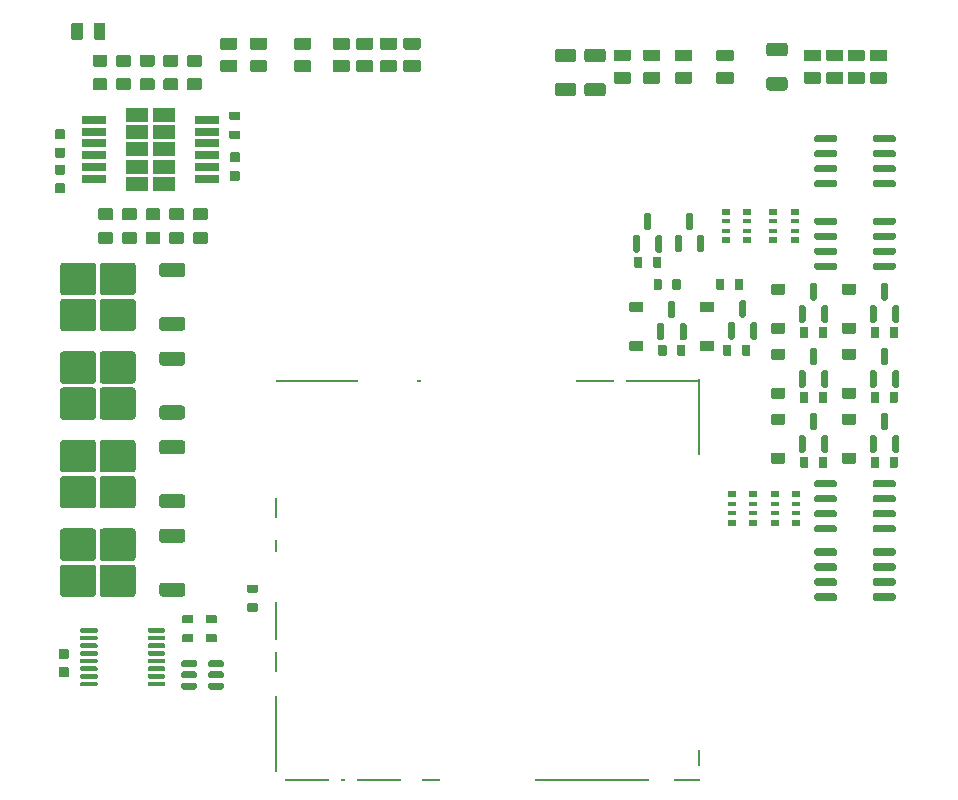
<source format=gtp>
G04 #@! TF.GenerationSoftware,KiCad,Pcbnew,7.0.7-7.0.7~ubuntu22.04.1*
G04 #@! TF.CreationDate,2023-09-11T02:56:25+00:00*
G04 #@! TF.ProjectId,hellen-112-17,68656c6c-656e-42d3-9131-322d31372e6b,a*
G04 #@! TF.SameCoordinates,Original*
G04 #@! TF.FileFunction,Paste,Top*
G04 #@! TF.FilePolarity,Positive*
%FSLAX46Y46*%
G04 Gerber Fmt 4.6, Leading zero omitted, Abs format (unit mm)*
G04 Created by KiCad (PCBNEW 7.0.7-7.0.7~ubuntu22.04.1) date 2023-09-11 02:56:25*
%MOMM*%
%LPD*%
G01*
G04 APERTURE LIST*
%ADD10R,1.950000X1.160000*%
%ADD11R,2.000000X0.650000*%
%ADD12R,0.800000X0.500000*%
%ADD13R,0.800000X0.400000*%
%ADD14R,2.300000X0.200000*%
%ADD15R,3.700000X0.200000*%
%ADD16R,0.400000X0.200000*%
%ADD17R,1.600000X0.200000*%
%ADD18R,9.700000X0.200000*%
%ADD19R,0.200000X1.400000*%
%ADD20R,0.200000X6.400000*%
%ADD21R,0.200000X1.700000*%
%ADD22R,0.200000X3.300000*%
%ADD23R,0.200000X1.000000*%
%ADD24R,0.200000X1.800000*%
%ADD25R,7.000000X0.200000*%
%ADD26R,3.300000X0.200000*%
%ADD27R,6.300000X0.200000*%
%ADD28O,0.000001X0.000001*%
G04 APERTURE END LIST*
G04 #@! TO.C,C13*
G36*
G01*
X22160000Y58255001D02*
X22840000Y58255001D01*
G75*
G02*
X22925000Y58170001I0J-85000D01*
G01*
X22925000Y57490001D01*
G75*
G02*
X22840000Y57405001I-85000J0D01*
G01*
X22160000Y57405001D01*
G75*
G02*
X22075000Y57490001I0J85000D01*
G01*
X22075000Y58170001D01*
G75*
G02*
X22160000Y58255001I85000J0D01*
G01*
G37*
G36*
G01*
X22160000Y56674999D02*
X22840000Y56674999D01*
G75*
G02*
X22925000Y56589999I0J-85000D01*
G01*
X22925000Y55909999D01*
G75*
G02*
X22840000Y55824999I-85000J0D01*
G01*
X22160000Y55824999D01*
G75*
G02*
X22075000Y55909999I0J85000D01*
G01*
X22075000Y56589999D01*
G75*
G02*
X22160000Y56674999I85000J0D01*
G01*
G37*
G04 #@! TD*
D10*
G04 #@! TO.C,U1*
X14250000Y61420000D03*
X14250000Y59960000D03*
X14250000Y58500000D03*
X14250000Y57040000D03*
X14250000Y55580000D03*
X16500000Y61420000D03*
X16500000Y59960000D03*
X16500000Y58500000D03*
X16500000Y57040000D03*
X16500000Y55580000D03*
D11*
X10575000Y61000000D03*
X10575000Y60000000D03*
X10575000Y59000000D03*
X10575000Y58000000D03*
X10575000Y57000000D03*
X10575000Y56000000D03*
X20175000Y56000000D03*
X20175000Y57000000D03*
X20175000Y58000000D03*
X20175000Y59000000D03*
X20175000Y60000000D03*
X20175000Y61000000D03*
G04 #@! TD*
G04 #@! TO.C,R13*
G36*
G01*
X32875000Y67950001D02*
X34125000Y67950001D01*
G75*
G02*
X34225000Y67850001I0J-100000D01*
G01*
X34225000Y67050001D01*
G75*
G02*
X34125000Y66950001I-100000J0D01*
G01*
X32875000Y66950001D01*
G75*
G02*
X32775000Y67050001I0J100000D01*
G01*
X32775000Y67850001D01*
G75*
G02*
X32875000Y67950001I100000J0D01*
G01*
G37*
G36*
G01*
X32875000Y66049979D02*
X34125000Y66049979D01*
G75*
G02*
X34225000Y65949979I0J-100000D01*
G01*
X34225000Y65149979D01*
G75*
G02*
X34125000Y65049979I-100000J0D01*
G01*
X32875000Y65049979D01*
G75*
G02*
X32775000Y65149979I0J100000D01*
G01*
X32775000Y65949979D01*
G75*
G02*
X32875000Y66049979I100000J0D01*
G01*
G37*
G04 #@! TD*
G04 #@! TO.C,C4*
G36*
G01*
X18100000Y50500000D02*
X17050000Y50500000D01*
G75*
G02*
X16950000Y50600000I0J100000D01*
G01*
X16950000Y51400000D01*
G75*
G02*
X17050000Y51500000I100000J0D01*
G01*
X18100000Y51500000D01*
G75*
G02*
X18200000Y51400000I0J-100000D01*
G01*
X18200000Y50600000D01*
G75*
G02*
X18100000Y50500000I-100000J0D01*
G01*
G37*
G36*
G01*
X18100000Y52500000D02*
X17050000Y52500000D01*
G75*
G02*
X16950000Y52600000I0J100000D01*
G01*
X16950000Y53400000D01*
G75*
G02*
X17050000Y53500000I100000J0D01*
G01*
X18100000Y53500000D01*
G75*
G02*
X18200000Y53400000I0J-100000D01*
G01*
X18200000Y52600000D01*
G75*
G02*
X18100000Y52500000I-100000J0D01*
G01*
G37*
G04 #@! TD*
G04 #@! TO.C,R11*
G36*
G01*
X8644999Y67875000D02*
X8644999Y69125000D01*
G75*
G02*
X8744999Y69225000I100000J0D01*
G01*
X9544999Y69225000D01*
G75*
G02*
X9644999Y69125000I0J-100000D01*
G01*
X9644999Y67875000D01*
G75*
G02*
X9544999Y67775000I-100000J0D01*
G01*
X8744999Y67775000D01*
G75*
G02*
X8644999Y67875000I0J100000D01*
G01*
G37*
G36*
G01*
X10545021Y67875000D02*
X10545021Y69125000D01*
G75*
G02*
X10645021Y69225000I100000J0D01*
G01*
X11445021Y69225000D01*
G75*
G02*
X11545021Y69125000I0J-100000D01*
G01*
X11545021Y67875000D01*
G75*
G02*
X11445021Y67775000I-100000J0D01*
G01*
X10645021Y67775000D01*
G75*
G02*
X10545021Y67875000I0J100000D01*
G01*
G37*
G04 #@! TD*
G04 #@! TO.C,C5*
G36*
G01*
X20100000Y50500000D02*
X19050000Y50500000D01*
G75*
G02*
X18950000Y50600000I0J100000D01*
G01*
X18950000Y51400000D01*
G75*
G02*
X19050000Y51500000I100000J0D01*
G01*
X20100000Y51500000D01*
G75*
G02*
X20200000Y51400000I0J-100000D01*
G01*
X20200000Y50600000D01*
G75*
G02*
X20100000Y50500000I-100000J0D01*
G01*
G37*
G36*
G01*
X20100000Y52500000D02*
X19050000Y52500000D01*
G75*
G02*
X18950000Y52600000I0J100000D01*
G01*
X18950000Y53400000D01*
G75*
G02*
X19050000Y53500000I100000J0D01*
G01*
X20100000Y53500000D01*
G75*
G02*
X20200000Y53400000I0J-100000D01*
G01*
X20200000Y52600000D01*
G75*
G02*
X20100000Y52500000I-100000J0D01*
G01*
G37*
G04 #@! TD*
G04 #@! TO.C,Q10*
G36*
G01*
X58700000Y42325000D02*
X58400000Y42325000D01*
G75*
G02*
X58250000Y42475000I0J150000D01*
G01*
X58250000Y43650000D01*
G75*
G02*
X58400000Y43800000I150000J0D01*
G01*
X58700000Y43800000D01*
G75*
G02*
X58850000Y43650000I0J-150000D01*
G01*
X58850000Y42475000D01*
G75*
G02*
X58700000Y42325000I-150000J0D01*
G01*
G37*
G36*
G01*
X59650000Y44200000D02*
X59350000Y44200000D01*
G75*
G02*
X59200000Y44350000I0J150000D01*
G01*
X59200000Y45525000D01*
G75*
G02*
X59350000Y45675000I150000J0D01*
G01*
X59650000Y45675000D01*
G75*
G02*
X59800000Y45525000I0J-150000D01*
G01*
X59800000Y44350000D01*
G75*
G02*
X59650000Y44200000I-150000J0D01*
G01*
G37*
G36*
G01*
X60600000Y42325000D02*
X60300000Y42325000D01*
G75*
G02*
X60150000Y42475000I0J150000D01*
G01*
X60150000Y43650000D01*
G75*
G02*
X60300000Y43800000I150000J0D01*
G01*
X60600000Y43800000D01*
G75*
G02*
X60750000Y43650000I0J-150000D01*
G01*
X60750000Y42475000D01*
G75*
G02*
X60600000Y42325000I-150000J0D01*
G01*
G37*
G04 #@! TD*
G04 #@! TO.C,R14*
G36*
G01*
X30875000Y67950001D02*
X32125000Y67950001D01*
G75*
G02*
X32225000Y67850001I0J-100000D01*
G01*
X32225000Y67050001D01*
G75*
G02*
X32125000Y66950001I-100000J0D01*
G01*
X30875000Y66950001D01*
G75*
G02*
X30775000Y67050001I0J100000D01*
G01*
X30775000Y67850001D01*
G75*
G02*
X30875000Y67950001I100000J0D01*
G01*
G37*
G36*
G01*
X30875000Y66049979D02*
X32125000Y66049979D01*
G75*
G02*
X32225000Y65949979I0J-100000D01*
G01*
X32225000Y65149979D01*
G75*
G02*
X32125000Y65049979I-100000J0D01*
G01*
X30875000Y65049979D01*
G75*
G02*
X30775000Y65149979I0J100000D01*
G01*
X30775000Y65949979D01*
G75*
G02*
X30875000Y66049979I100000J0D01*
G01*
G37*
G04 #@! TD*
G04 #@! TO.C,Q7*
G36*
G01*
X76700000Y38325000D02*
X76400000Y38325000D01*
G75*
G02*
X76250000Y38475000I0J150000D01*
G01*
X76250000Y39650000D01*
G75*
G02*
X76400000Y39800000I150000J0D01*
G01*
X76700000Y39800000D01*
G75*
G02*
X76850000Y39650000I0J-150000D01*
G01*
X76850000Y38475000D01*
G75*
G02*
X76700000Y38325000I-150000J0D01*
G01*
G37*
G36*
G01*
X77650000Y40200000D02*
X77350000Y40200000D01*
G75*
G02*
X77200000Y40350000I0J150000D01*
G01*
X77200000Y41525000D01*
G75*
G02*
X77350000Y41675000I150000J0D01*
G01*
X77650000Y41675000D01*
G75*
G02*
X77800000Y41525000I0J-150000D01*
G01*
X77800000Y40350000D01*
G75*
G02*
X77650000Y40200000I-150000J0D01*
G01*
G37*
G36*
G01*
X78600000Y38325000D02*
X78300000Y38325000D01*
G75*
G02*
X78150000Y38475000I0J150000D01*
G01*
X78150000Y39650000D01*
G75*
G02*
X78300000Y39800000I150000J0D01*
G01*
X78600000Y39800000D01*
G75*
G02*
X78750000Y39650000I0J-150000D01*
G01*
X78750000Y38475000D01*
G75*
G02*
X78600000Y38325000I-150000J0D01*
G01*
G37*
G04 #@! TD*
G04 #@! TO.C,Q9*
G36*
G01*
X64700000Y42387500D02*
X64400000Y42387500D01*
G75*
G02*
X64250000Y42537500I0J150000D01*
G01*
X64250000Y43712500D01*
G75*
G02*
X64400000Y43862500I150000J0D01*
G01*
X64700000Y43862500D01*
G75*
G02*
X64850000Y43712500I0J-150000D01*
G01*
X64850000Y42537500D01*
G75*
G02*
X64700000Y42387500I-150000J0D01*
G01*
G37*
G36*
G01*
X65650000Y44262500D02*
X65350000Y44262500D01*
G75*
G02*
X65200000Y44412500I0J150000D01*
G01*
X65200000Y45587500D01*
G75*
G02*
X65350000Y45737500I150000J0D01*
G01*
X65650000Y45737500D01*
G75*
G02*
X65800000Y45587500I0J-150000D01*
G01*
X65800000Y44412500D01*
G75*
G02*
X65650000Y44262500I-150000J0D01*
G01*
G37*
G36*
G01*
X66600000Y42387500D02*
X66300000Y42387500D01*
G75*
G02*
X66150000Y42537500I0J150000D01*
G01*
X66150000Y43712500D01*
G75*
G02*
X66300000Y43862500I150000J0D01*
G01*
X66600000Y43862500D01*
G75*
G02*
X66750000Y43712500I0J-150000D01*
G01*
X66750000Y42537500D01*
G75*
G02*
X66600000Y42387500I-150000J0D01*
G01*
G37*
G04 #@! TD*
G04 #@! TO.C,C12*
G36*
G01*
X8040000Y54784999D02*
X7360000Y54784999D01*
G75*
G02*
X7275000Y54869999I0J85000D01*
G01*
X7275000Y55549999D01*
G75*
G02*
X7360000Y55634999I85000J0D01*
G01*
X8040000Y55634999D01*
G75*
G02*
X8125000Y55549999I0J-85000D01*
G01*
X8125000Y54869999D01*
G75*
G02*
X8040000Y54784999I-85000J0D01*
G01*
G37*
G36*
G01*
X8040000Y56365001D02*
X7360000Y56365001D01*
G75*
G02*
X7275000Y56450001I0J85000D01*
G01*
X7275000Y57130001D01*
G75*
G02*
X7360000Y57215001I85000J0D01*
G01*
X8040000Y57215001D01*
G75*
G02*
X8125000Y57130001I0J-85000D01*
G01*
X8125000Y56450001D01*
G75*
G02*
X8040000Y56365001I-85000J0D01*
G01*
G37*
G04 #@! TD*
G04 #@! TO.C,U11*
G36*
G01*
X71550000Y52255000D02*
X71550000Y52555000D01*
G75*
G02*
X71700000Y52705000I150000J0D01*
G01*
X73350000Y52705000D01*
G75*
G02*
X73500000Y52555000I0J-150000D01*
G01*
X73500000Y52255000D01*
G75*
G02*
X73350000Y52105000I-150000J0D01*
G01*
X71700000Y52105000D01*
G75*
G02*
X71550000Y52255000I0J150000D01*
G01*
G37*
G36*
G01*
X71550000Y50985000D02*
X71550000Y51285000D01*
G75*
G02*
X71700000Y51435000I150000J0D01*
G01*
X73350000Y51435000D01*
G75*
G02*
X73500000Y51285000I0J-150000D01*
G01*
X73500000Y50985000D01*
G75*
G02*
X73350000Y50835000I-150000J0D01*
G01*
X71700000Y50835000D01*
G75*
G02*
X71550000Y50985000I0J150000D01*
G01*
G37*
G36*
G01*
X71550000Y49715000D02*
X71550000Y50015000D01*
G75*
G02*
X71700000Y50165000I150000J0D01*
G01*
X73350000Y50165000D01*
G75*
G02*
X73500000Y50015000I0J-150000D01*
G01*
X73500000Y49715000D01*
G75*
G02*
X73350000Y49565000I-150000J0D01*
G01*
X71700000Y49565000D01*
G75*
G02*
X71550000Y49715000I0J150000D01*
G01*
G37*
G36*
G01*
X71550000Y48445000D02*
X71550000Y48745000D01*
G75*
G02*
X71700000Y48895000I150000J0D01*
G01*
X73350000Y48895000D01*
G75*
G02*
X73500000Y48745000I0J-150000D01*
G01*
X73500000Y48445000D01*
G75*
G02*
X73350000Y48295000I-150000J0D01*
G01*
X71700000Y48295000D01*
G75*
G02*
X71550000Y48445000I0J150000D01*
G01*
G37*
G36*
G01*
X76500000Y48445000D02*
X76500000Y48745000D01*
G75*
G02*
X76650000Y48895000I150000J0D01*
G01*
X78300000Y48895000D01*
G75*
G02*
X78450000Y48745000I0J-150000D01*
G01*
X78450000Y48445000D01*
G75*
G02*
X78300000Y48295000I-150000J0D01*
G01*
X76650000Y48295000D01*
G75*
G02*
X76500000Y48445000I0J150000D01*
G01*
G37*
G36*
G01*
X76500000Y49715000D02*
X76500000Y50015000D01*
G75*
G02*
X76650000Y50165000I150000J0D01*
G01*
X78300000Y50165000D01*
G75*
G02*
X78450000Y50015000I0J-150000D01*
G01*
X78450000Y49715000D01*
G75*
G02*
X78300000Y49565000I-150000J0D01*
G01*
X76650000Y49565000D01*
G75*
G02*
X76500000Y49715000I0J150000D01*
G01*
G37*
G36*
G01*
X76500000Y50985000D02*
X76500000Y51285000D01*
G75*
G02*
X76650000Y51435000I150000J0D01*
G01*
X78300000Y51435000D01*
G75*
G02*
X78450000Y51285000I0J-150000D01*
G01*
X78450000Y50985000D01*
G75*
G02*
X78300000Y50835000I-150000J0D01*
G01*
X76650000Y50835000D01*
G75*
G02*
X76500000Y50985000I0J150000D01*
G01*
G37*
G36*
G01*
X76500000Y52255000D02*
X76500000Y52555000D01*
G75*
G02*
X76650000Y52705000I150000J0D01*
G01*
X78300000Y52705000D01*
G75*
G02*
X78450000Y52555000I0J-150000D01*
G01*
X78450000Y52255000D01*
G75*
G02*
X78300000Y52105000I-150000J0D01*
G01*
X76650000Y52105000D01*
G75*
G02*
X76500000Y52255000I0J150000D01*
G01*
G37*
G04 #@! TD*
G04 #@! TO.C,R38*
G36*
G01*
X58350000Y41110000D02*
X58350000Y41890000D01*
G75*
G02*
X58420000Y41960000I70000J0D01*
G01*
X58980000Y41960000D01*
G75*
G02*
X59050000Y41890000I0J-70000D01*
G01*
X59050000Y41110000D01*
G75*
G02*
X58980000Y41040000I-70000J0D01*
G01*
X58420000Y41040000D01*
G75*
G02*
X58350000Y41110000I0J70000D01*
G01*
G37*
G36*
G01*
X59950000Y41110000D02*
X59950000Y41890000D01*
G75*
G02*
X60020000Y41960000I70000J0D01*
G01*
X60580000Y41960000D01*
G75*
G02*
X60650000Y41890000I0J-70000D01*
G01*
X60650000Y41110000D01*
G75*
G02*
X60580000Y41040000I-70000J0D01*
G01*
X60020000Y41040000D01*
G75*
G02*
X59950000Y41110000I0J70000D01*
G01*
G37*
G04 #@! TD*
G04 #@! TO.C,R40*
G36*
G01*
X76350000Y31610000D02*
X76350000Y32390000D01*
G75*
G02*
X76420000Y32460000I70000J0D01*
G01*
X76980000Y32460000D01*
G75*
G02*
X77050000Y32390000I0J-70000D01*
G01*
X77050000Y31610000D01*
G75*
G02*
X76980000Y31540000I-70000J0D01*
G01*
X76420000Y31540000D01*
G75*
G02*
X76350000Y31610000I0J70000D01*
G01*
G37*
G36*
G01*
X77950000Y31610000D02*
X77950000Y32390000D01*
G75*
G02*
X78020000Y32460000I70000J0D01*
G01*
X78580000Y32460000D01*
G75*
G02*
X78650000Y32390000I0J-70000D01*
G01*
X78650000Y31610000D01*
G75*
G02*
X78580000Y31540000I-70000J0D01*
G01*
X78020000Y31540000D01*
G75*
G02*
X77950000Y31610000I0J70000D01*
G01*
G37*
G04 #@! TD*
G04 #@! TO.C,Q8*
G36*
G01*
X56650000Y49762500D02*
X56350000Y49762500D01*
G75*
G02*
X56200000Y49912500I0J150000D01*
G01*
X56200000Y51087500D01*
G75*
G02*
X56350000Y51237500I150000J0D01*
G01*
X56650000Y51237500D01*
G75*
G02*
X56800000Y51087500I0J-150000D01*
G01*
X56800000Y49912500D01*
G75*
G02*
X56650000Y49762500I-150000J0D01*
G01*
G37*
G36*
G01*
X57600000Y51637500D02*
X57300000Y51637500D01*
G75*
G02*
X57150000Y51787500I0J150000D01*
G01*
X57150000Y52962500D01*
G75*
G02*
X57300000Y53112500I150000J0D01*
G01*
X57600000Y53112500D01*
G75*
G02*
X57750000Y52962500I0J-150000D01*
G01*
X57750000Y51787500D01*
G75*
G02*
X57600000Y51637500I-150000J0D01*
G01*
G37*
G36*
G01*
X58550000Y49762500D02*
X58250000Y49762500D01*
G75*
G02*
X58100000Y49912500I0J150000D01*
G01*
X58100000Y51087500D01*
G75*
G02*
X58250000Y51237500I150000J0D01*
G01*
X58550000Y51237500D01*
G75*
G02*
X58700000Y51087500I0J-150000D01*
G01*
X58700000Y49912500D01*
G75*
G02*
X58550000Y49762500I-150000J0D01*
G01*
G37*
G04 #@! TD*
G04 #@! TO.C,R12*
G36*
G01*
X21375000Y67950001D02*
X22625000Y67950001D01*
G75*
G02*
X22725000Y67850001I0J-100000D01*
G01*
X22725000Y67050001D01*
G75*
G02*
X22625000Y66950001I-100000J0D01*
G01*
X21375000Y66950001D01*
G75*
G02*
X21275000Y67050001I0J100000D01*
G01*
X21275000Y67850001D01*
G75*
G02*
X21375000Y67950001I100000J0D01*
G01*
G37*
G36*
G01*
X21375000Y66049979D02*
X22625000Y66049979D01*
G75*
G02*
X22725000Y65949979I0J-100000D01*
G01*
X22725000Y65149979D01*
G75*
G02*
X22625000Y65049979I-100000J0D01*
G01*
X21375000Y65049979D01*
G75*
G02*
X21275000Y65149979I0J100000D01*
G01*
X21275000Y65949979D01*
G75*
G02*
X21375000Y66049979I100000J0D01*
G01*
G37*
G04 #@! TD*
G04 #@! TO.C,F2*
G36*
G01*
X52100000Y66105010D02*
X52100000Y66795010D01*
G75*
G02*
X52330000Y67025010I230000J0D01*
G01*
X53670000Y67025010D01*
G75*
G02*
X53900000Y66795010I0J-230000D01*
G01*
X53900000Y66105010D01*
G75*
G02*
X53670000Y65875010I-230000J0D01*
G01*
X52330000Y65875010D01*
G75*
G02*
X52100000Y66105010I0J230000D01*
G01*
G37*
G36*
G01*
X52100000Y63204990D02*
X52100000Y63894990D01*
G75*
G02*
X52330000Y64124990I230000J0D01*
G01*
X53670000Y64124990D01*
G75*
G02*
X53900000Y63894990I0J-230000D01*
G01*
X53900000Y63204990D01*
G75*
G02*
X53670000Y62974990I-230000J0D01*
G01*
X52330000Y62974990D01*
G75*
G02*
X52100000Y63204990I0J230000D01*
G01*
G37*
G04 #@! TD*
G04 #@! TO.C,R33*
G36*
G01*
X76350000Y42610000D02*
X76350000Y43390000D01*
G75*
G02*
X76420000Y43460000I70000J0D01*
G01*
X76980000Y43460000D01*
G75*
G02*
X77050000Y43390000I0J-70000D01*
G01*
X77050000Y42610000D01*
G75*
G02*
X76980000Y42540000I-70000J0D01*
G01*
X76420000Y42540000D01*
G75*
G02*
X76350000Y42610000I0J70000D01*
G01*
G37*
G36*
G01*
X77950000Y42610000D02*
X77950000Y43390000D01*
G75*
G02*
X78020000Y43460000I70000J0D01*
G01*
X78580000Y43460000D01*
G75*
G02*
X78650000Y43390000I0J-70000D01*
G01*
X78650000Y42610000D01*
G75*
G02*
X78580000Y42540000I-70000J0D01*
G01*
X78020000Y42540000D01*
G75*
G02*
X77950000Y42610000I0J70000D01*
G01*
G37*
G04 #@! TD*
G04 #@! TO.C,R41*
G36*
G01*
X70350000Y31610000D02*
X70350000Y32390000D01*
G75*
G02*
X70420000Y32460000I70000J0D01*
G01*
X70980000Y32460000D01*
G75*
G02*
X71050000Y32390000I0J-70000D01*
G01*
X71050000Y31610000D01*
G75*
G02*
X70980000Y31540000I-70000J0D01*
G01*
X70420000Y31540000D01*
G75*
G02*
X70350000Y31610000I0J70000D01*
G01*
G37*
G36*
G01*
X71950000Y31610000D02*
X71950000Y32390000D01*
G75*
G02*
X72020000Y32460000I70000J0D01*
G01*
X72580000Y32460000D01*
G75*
G02*
X72650000Y32390000I0J-70000D01*
G01*
X72650000Y31610000D01*
G75*
G02*
X72580000Y31540000I-70000J0D01*
G01*
X72020000Y31540000D01*
G75*
G02*
X71950000Y31610000I0J70000D01*
G01*
G37*
G04 #@! TD*
G04 #@! TO.C,R15*
G36*
G01*
X27625000Y67950001D02*
X28875000Y67950001D01*
G75*
G02*
X28975000Y67850001I0J-100000D01*
G01*
X28975000Y67050001D01*
G75*
G02*
X28875000Y66950001I-100000J0D01*
G01*
X27625000Y66950001D01*
G75*
G02*
X27525000Y67050001I0J100000D01*
G01*
X27525000Y67850001D01*
G75*
G02*
X27625000Y67950001I100000J0D01*
G01*
G37*
G36*
G01*
X27625000Y66049979D02*
X28875000Y66049979D01*
G75*
G02*
X28975000Y65949979I0J-100000D01*
G01*
X28975000Y65149979D01*
G75*
G02*
X28875000Y65049979I-100000J0D01*
G01*
X27625000Y65049979D01*
G75*
G02*
X27525000Y65149979I0J100000D01*
G01*
X27525000Y65949979D01*
G75*
G02*
X27625000Y66049979I100000J0D01*
G01*
G37*
G04 #@! TD*
G04 #@! TO.C,C14*
G36*
G01*
X7660000Y16215001D02*
X8340000Y16215001D01*
G75*
G02*
X8425000Y16130001I0J-85000D01*
G01*
X8425000Y15450001D01*
G75*
G02*
X8340000Y15365001I-85000J0D01*
G01*
X7660000Y15365001D01*
G75*
G02*
X7575000Y15450001I0J85000D01*
G01*
X7575000Y16130001D01*
G75*
G02*
X7660000Y16215001I85000J0D01*
G01*
G37*
G36*
G01*
X7660000Y14634999D02*
X8340000Y14634999D01*
G75*
G02*
X8425000Y14549999I0J-85000D01*
G01*
X8425000Y13869999D01*
G75*
G02*
X8340000Y13784999I-85000J0D01*
G01*
X7660000Y13784999D01*
G75*
G02*
X7575000Y13869999I0J85000D01*
G01*
X7575000Y14549999D01*
G75*
G02*
X7660000Y14634999I85000J0D01*
G01*
G37*
G04 #@! TD*
G04 #@! TO.C,F1*
G36*
G01*
X67500000Y66605010D02*
X67500000Y67295010D01*
G75*
G02*
X67730000Y67525010I230000J0D01*
G01*
X69070000Y67525010D01*
G75*
G02*
X69300000Y67295010I0J-230000D01*
G01*
X69300000Y66605010D01*
G75*
G02*
X69070000Y66375010I-230000J0D01*
G01*
X67730000Y66375010D01*
G75*
G02*
X67500000Y66605010I0J230000D01*
G01*
G37*
G36*
G01*
X67500000Y63704990D02*
X67500000Y64394990D01*
G75*
G02*
X67730000Y64624990I230000J0D01*
G01*
X69070000Y64624990D01*
G75*
G02*
X69300000Y64394990I0J-230000D01*
G01*
X69300000Y63704990D01*
G75*
G02*
X69070000Y63474990I-230000J0D01*
G01*
X67730000Y63474990D01*
G75*
G02*
X67500000Y63704990I0J230000D01*
G01*
G37*
G04 #@! TD*
D12*
G04 #@! TO.C,R45*
X70000000Y26900000D03*
D13*
X70000000Y27700000D03*
X70000000Y28500000D03*
D12*
X70000000Y29300000D03*
X68200000Y29300000D03*
D13*
X68200000Y28500000D03*
X68200000Y27700000D03*
D12*
X68200000Y26900000D03*
G04 #@! TD*
G04 #@! TO.C,U5*
G36*
G01*
X71550000Y24255000D02*
X71550000Y24555000D01*
G75*
G02*
X71700000Y24705000I150000J0D01*
G01*
X73350000Y24705000D01*
G75*
G02*
X73500000Y24555000I0J-150000D01*
G01*
X73500000Y24255000D01*
G75*
G02*
X73350000Y24105000I-150000J0D01*
G01*
X71700000Y24105000D01*
G75*
G02*
X71550000Y24255000I0J150000D01*
G01*
G37*
G36*
G01*
X71550000Y22985000D02*
X71550000Y23285000D01*
G75*
G02*
X71700000Y23435000I150000J0D01*
G01*
X73350000Y23435000D01*
G75*
G02*
X73500000Y23285000I0J-150000D01*
G01*
X73500000Y22985000D01*
G75*
G02*
X73350000Y22835000I-150000J0D01*
G01*
X71700000Y22835000D01*
G75*
G02*
X71550000Y22985000I0J150000D01*
G01*
G37*
G36*
G01*
X71550000Y21715000D02*
X71550000Y22015000D01*
G75*
G02*
X71700000Y22165000I150000J0D01*
G01*
X73350000Y22165000D01*
G75*
G02*
X73500000Y22015000I0J-150000D01*
G01*
X73500000Y21715000D01*
G75*
G02*
X73350000Y21565000I-150000J0D01*
G01*
X71700000Y21565000D01*
G75*
G02*
X71550000Y21715000I0J150000D01*
G01*
G37*
G36*
G01*
X71550000Y20445000D02*
X71550000Y20745000D01*
G75*
G02*
X71700000Y20895000I150000J0D01*
G01*
X73350000Y20895000D01*
G75*
G02*
X73500000Y20745000I0J-150000D01*
G01*
X73500000Y20445000D01*
G75*
G02*
X73350000Y20295000I-150000J0D01*
G01*
X71700000Y20295000D01*
G75*
G02*
X71550000Y20445000I0J150000D01*
G01*
G37*
G36*
G01*
X76500000Y20445000D02*
X76500000Y20745000D01*
G75*
G02*
X76650000Y20895000I150000J0D01*
G01*
X78300000Y20895000D01*
G75*
G02*
X78450000Y20745000I0J-150000D01*
G01*
X78450000Y20445000D01*
G75*
G02*
X78300000Y20295000I-150000J0D01*
G01*
X76650000Y20295000D01*
G75*
G02*
X76500000Y20445000I0J150000D01*
G01*
G37*
G36*
G01*
X76500000Y21715000D02*
X76500000Y22015000D01*
G75*
G02*
X76650000Y22165000I150000J0D01*
G01*
X78300000Y22165000D01*
G75*
G02*
X78450000Y22015000I0J-150000D01*
G01*
X78450000Y21715000D01*
G75*
G02*
X78300000Y21565000I-150000J0D01*
G01*
X76650000Y21565000D01*
G75*
G02*
X76500000Y21715000I0J150000D01*
G01*
G37*
G36*
G01*
X76500000Y22985000D02*
X76500000Y23285000D01*
G75*
G02*
X76650000Y23435000I150000J0D01*
G01*
X78300000Y23435000D01*
G75*
G02*
X78450000Y23285000I0J-150000D01*
G01*
X78450000Y22985000D01*
G75*
G02*
X78300000Y22835000I-150000J0D01*
G01*
X76650000Y22835000D01*
G75*
G02*
X76500000Y22985000I0J150000D01*
G01*
G37*
G36*
G01*
X76500000Y24255000D02*
X76500000Y24555000D01*
G75*
G02*
X76650000Y24705000I150000J0D01*
G01*
X78300000Y24705000D01*
G75*
G02*
X78450000Y24555000I0J-150000D01*
G01*
X78450000Y24255000D01*
G75*
G02*
X78300000Y24105000I-150000J0D01*
G01*
X76650000Y24105000D01*
G75*
G02*
X76500000Y24255000I0J150000D01*
G01*
G37*
G04 #@! TD*
G04 #@! TO.C,Q12*
G36*
G01*
X76700000Y32825000D02*
X76400000Y32825000D01*
G75*
G02*
X76250000Y32975000I0J150000D01*
G01*
X76250000Y34150000D01*
G75*
G02*
X76400000Y34300000I150000J0D01*
G01*
X76700000Y34300000D01*
G75*
G02*
X76850000Y34150000I0J-150000D01*
G01*
X76850000Y32975000D01*
G75*
G02*
X76700000Y32825000I-150000J0D01*
G01*
G37*
G36*
G01*
X77650000Y34700000D02*
X77350000Y34700000D01*
G75*
G02*
X77200000Y34850000I0J150000D01*
G01*
X77200000Y36025000D01*
G75*
G02*
X77350000Y36175000I150000J0D01*
G01*
X77650000Y36175000D01*
G75*
G02*
X77800000Y36025000I0J-150000D01*
G01*
X77800000Y34850000D01*
G75*
G02*
X77650000Y34700000I-150000J0D01*
G01*
G37*
G36*
G01*
X78600000Y32825000D02*
X78300000Y32825000D01*
G75*
G02*
X78150000Y32975000I0J150000D01*
G01*
X78150000Y34150000D01*
G75*
G02*
X78300000Y34300000I150000J0D01*
G01*
X78600000Y34300000D01*
G75*
G02*
X78750000Y34150000I0J-150000D01*
G01*
X78750000Y32975000D01*
G75*
G02*
X78600000Y32825000I-150000J0D01*
G01*
G37*
G04 #@! TD*
G04 #@! TO.C,Q11*
G36*
G01*
X70700000Y43825000D02*
X70400000Y43825000D01*
G75*
G02*
X70250000Y43975000I0J150000D01*
G01*
X70250000Y45150000D01*
G75*
G02*
X70400000Y45300000I150000J0D01*
G01*
X70700000Y45300000D01*
G75*
G02*
X70850000Y45150000I0J-150000D01*
G01*
X70850000Y43975000D01*
G75*
G02*
X70700000Y43825000I-150000J0D01*
G01*
G37*
G36*
G01*
X71650000Y45700000D02*
X71350000Y45700000D01*
G75*
G02*
X71200000Y45850000I0J150000D01*
G01*
X71200000Y47025000D01*
G75*
G02*
X71350000Y47175000I150000J0D01*
G01*
X71650000Y47175000D01*
G75*
G02*
X71800000Y47025000I0J-150000D01*
G01*
X71800000Y45850000D01*
G75*
G02*
X71650000Y45700000I-150000J0D01*
G01*
G37*
G36*
G01*
X72600000Y43825000D02*
X72300000Y43825000D01*
G75*
G02*
X72150000Y43975000I0J150000D01*
G01*
X72150000Y45150000D01*
G75*
G02*
X72300000Y45300000I150000J0D01*
G01*
X72600000Y45300000D01*
G75*
G02*
X72750000Y45150000I0J-150000D01*
G01*
X72750000Y43975000D01*
G75*
G02*
X72600000Y43825000I-150000J0D01*
G01*
G37*
G04 #@! TD*
G04 #@! TO.C,Q5*
G36*
G01*
X76700000Y43825000D02*
X76400000Y43825000D01*
G75*
G02*
X76250000Y43975000I0J150000D01*
G01*
X76250000Y45150000D01*
G75*
G02*
X76400000Y45300000I150000J0D01*
G01*
X76700000Y45300000D01*
G75*
G02*
X76850000Y45150000I0J-150000D01*
G01*
X76850000Y43975000D01*
G75*
G02*
X76700000Y43825000I-150000J0D01*
G01*
G37*
G36*
G01*
X77650000Y45700000D02*
X77350000Y45700000D01*
G75*
G02*
X77200000Y45850000I0J150000D01*
G01*
X77200000Y47025000D01*
G75*
G02*
X77350000Y47175000I150000J0D01*
G01*
X77650000Y47175000D01*
G75*
G02*
X77800000Y47025000I0J-150000D01*
G01*
X77800000Y45850000D01*
G75*
G02*
X77650000Y45700000I-150000J0D01*
G01*
G37*
G36*
G01*
X78600000Y43825000D02*
X78300000Y43825000D01*
G75*
G02*
X78150000Y43975000I0J150000D01*
G01*
X78150000Y45150000D01*
G75*
G02*
X78300000Y45300000I150000J0D01*
G01*
X78600000Y45300000D01*
G75*
G02*
X78750000Y45150000I0J-150000D01*
G01*
X78750000Y43975000D01*
G75*
G02*
X78600000Y43825000I-150000J0D01*
G01*
G37*
G04 #@! TD*
G04 #@! TO.C,C11*
G36*
G01*
X7360000Y60215001D02*
X8040000Y60215001D01*
G75*
G02*
X8125000Y60130001I0J-85000D01*
G01*
X8125000Y59450001D01*
G75*
G02*
X8040000Y59365001I-85000J0D01*
G01*
X7360000Y59365001D01*
G75*
G02*
X7275000Y59450001I0J85000D01*
G01*
X7275000Y60130001D01*
G75*
G02*
X7360000Y60215001I85000J0D01*
G01*
G37*
G36*
G01*
X7360000Y58634999D02*
X8040000Y58634999D01*
G75*
G02*
X8125000Y58549999I0J-85000D01*
G01*
X8125000Y57869999D01*
G75*
G02*
X8040000Y57784999I-85000J0D01*
G01*
X7360000Y57784999D01*
G75*
G02*
X7275000Y57869999I0J85000D01*
G01*
X7275000Y58549999D01*
G75*
G02*
X7360000Y58634999I85000J0D01*
G01*
G37*
G04 #@! TD*
G04 #@! TO.C,D5*
G36*
G01*
X63010000Y41400000D02*
X61990000Y41400000D01*
G75*
G02*
X61900000Y41490000I0J90000D01*
G01*
X61900000Y42210000D01*
G75*
G02*
X61990000Y42300000I90000J0D01*
G01*
X63010000Y42300000D01*
G75*
G02*
X63100000Y42210000I0J-90000D01*
G01*
X63100000Y41490000D01*
G75*
G02*
X63010000Y41400000I-90000J0D01*
G01*
G37*
G36*
G01*
X63010000Y44700000D02*
X61990000Y44700000D01*
G75*
G02*
X61900000Y44790000I0J90000D01*
G01*
X61900000Y45510000D01*
G75*
G02*
X61990000Y45600000I90000J0D01*
G01*
X63010000Y45600000D01*
G75*
G02*
X63100000Y45510000I0J-90000D01*
G01*
X63100000Y44790000D01*
G75*
G02*
X63010000Y44700000I-90000J0D01*
G01*
G37*
G04 #@! TD*
G04 #@! TO.C,Q2*
G36*
G01*
X18300000Y29070000D02*
X18300000Y28370000D01*
G75*
G02*
X18050000Y28120000I-250000J0D01*
G01*
X16350000Y28120000D01*
G75*
G02*
X16100000Y28370000I0J250000D01*
G01*
X16100000Y29070000D01*
G75*
G02*
X16350000Y29320000I250000J0D01*
G01*
X18050000Y29320000D01*
G75*
G02*
X18300000Y29070000I0J-250000D01*
G01*
G37*
G36*
G01*
X14100000Y30600000D02*
X14100000Y28350000D01*
G75*
G02*
X13850000Y28100000I-250000J0D01*
G01*
X11300000Y28100000D01*
G75*
G02*
X11050000Y28350000I0J250000D01*
G01*
X11050000Y30600000D01*
G75*
G02*
X11300000Y30850000I250000J0D01*
G01*
X13850000Y30850000D01*
G75*
G02*
X14100000Y30600000I0J-250000D01*
G01*
G37*
G36*
G01*
X14100000Y33650000D02*
X14100000Y31400000D01*
G75*
G02*
X13850000Y31150000I-250000J0D01*
G01*
X11300000Y31150000D01*
G75*
G02*
X11050000Y31400000I0J250000D01*
G01*
X11050000Y33650000D01*
G75*
G02*
X11300000Y33900000I250000J0D01*
G01*
X13850000Y33900000D01*
G75*
G02*
X14100000Y33650000I0J-250000D01*
G01*
G37*
G36*
G01*
X10750000Y30600000D02*
X10750000Y28350000D01*
G75*
G02*
X10500000Y28100000I-250000J0D01*
G01*
X7950000Y28100000D01*
G75*
G02*
X7700000Y28350000I0J250000D01*
G01*
X7700000Y30600000D01*
G75*
G02*
X7950000Y30850000I250000J0D01*
G01*
X10500000Y30850000D01*
G75*
G02*
X10750000Y30600000I0J-250000D01*
G01*
G37*
G36*
G01*
X10750000Y33650000D02*
X10750000Y31400000D01*
G75*
G02*
X10500000Y31150000I-250000J0D01*
G01*
X7950000Y31150000D01*
G75*
G02*
X7700000Y31400000I0J250000D01*
G01*
X7700000Y33650000D01*
G75*
G02*
X7950000Y33900000I250000J0D01*
G01*
X10500000Y33900000D01*
G75*
G02*
X10750000Y33650000I0J-250000D01*
G01*
G37*
G36*
G01*
X18300000Y33630000D02*
X18300000Y32930000D01*
G75*
G02*
X18050000Y32680000I-250000J0D01*
G01*
X16350000Y32680000D01*
G75*
G02*
X16100000Y32930000I0J250000D01*
G01*
X16100000Y33630000D01*
G75*
G02*
X16350000Y33880000I250000J0D01*
G01*
X18050000Y33880000D01*
G75*
G02*
X18300000Y33630000I0J-250000D01*
G01*
G37*
G04 #@! TD*
G04 #@! TO.C,R20*
G36*
G01*
X18890000Y16762500D02*
X18110000Y16762500D01*
G75*
G02*
X18040000Y16832500I0J70000D01*
G01*
X18040000Y17392500D01*
G75*
G02*
X18110000Y17462500I70000J0D01*
G01*
X18890000Y17462500D01*
G75*
G02*
X18960000Y17392500I0J-70000D01*
G01*
X18960000Y16832500D01*
G75*
G02*
X18890000Y16762500I-70000J0D01*
G01*
G37*
G36*
G01*
X18890000Y18362500D02*
X18110000Y18362500D01*
G75*
G02*
X18040000Y18432500I0J70000D01*
G01*
X18040000Y18992500D01*
G75*
G02*
X18110000Y19062500I70000J0D01*
G01*
X18890000Y19062500D01*
G75*
G02*
X18960000Y18992500I0J-70000D01*
G01*
X18960000Y18432500D01*
G75*
G02*
X18890000Y18362500I-70000J0D01*
G01*
G37*
G04 #@! TD*
G04 #@! TO.C,R39*
G36*
G01*
X70350000Y42610000D02*
X70350000Y43390000D01*
G75*
G02*
X70420000Y43460000I70000J0D01*
G01*
X70980000Y43460000D01*
G75*
G02*
X71050000Y43390000I0J-70000D01*
G01*
X71050000Y42610000D01*
G75*
G02*
X70980000Y42540000I-70000J0D01*
G01*
X70420000Y42540000D01*
G75*
G02*
X70350000Y42610000I0J70000D01*
G01*
G37*
G36*
G01*
X71950000Y42610000D02*
X71950000Y43390000D01*
G75*
G02*
X72020000Y43460000I70000J0D01*
G01*
X72580000Y43460000D01*
G75*
G02*
X72650000Y43390000I0J-70000D01*
G01*
X72650000Y42610000D01*
G75*
G02*
X72580000Y42540000I-70000J0D01*
G01*
X72020000Y42540000D01*
G75*
G02*
X71950000Y42610000I0J70000D01*
G01*
G37*
G04 #@! TD*
G04 #@! TO.C,R36*
G36*
G01*
X56300000Y48547500D02*
X56300000Y49327500D01*
G75*
G02*
X56370000Y49397500I70000J0D01*
G01*
X56930000Y49397500D01*
G75*
G02*
X57000000Y49327500I0J-70000D01*
G01*
X57000000Y48547500D01*
G75*
G02*
X56930000Y48477500I-70000J0D01*
G01*
X56370000Y48477500D01*
G75*
G02*
X56300000Y48547500I0J70000D01*
G01*
G37*
G36*
G01*
X57900000Y48547500D02*
X57900000Y49327500D01*
G75*
G02*
X57970000Y49397500I70000J0D01*
G01*
X58530000Y49397500D01*
G75*
G02*
X58600000Y49327500I0J-70000D01*
G01*
X58600000Y48547500D01*
G75*
G02*
X58530000Y48477500I-70000J0D01*
G01*
X57970000Y48477500D01*
G75*
G02*
X57900000Y48547500I0J70000D01*
G01*
G37*
G04 #@! TD*
G04 #@! TO.C,R44*
X64600000Y29300000D03*
D13*
X64600000Y28500000D03*
X64600000Y27700000D03*
D12*
X64600000Y26900000D03*
X66400000Y26900000D03*
D13*
X66400000Y27700000D03*
X66400000Y28500000D03*
D12*
X66400000Y29300000D03*
G04 #@! TD*
G04 #@! TO.C,Q13*
G36*
G01*
X70700000Y32825000D02*
X70400000Y32825000D01*
G75*
G02*
X70250000Y32975000I0J150000D01*
G01*
X70250000Y34150000D01*
G75*
G02*
X70400000Y34300000I150000J0D01*
G01*
X70700000Y34300000D01*
G75*
G02*
X70850000Y34150000I0J-150000D01*
G01*
X70850000Y32975000D01*
G75*
G02*
X70700000Y32825000I-150000J0D01*
G01*
G37*
G36*
G01*
X71650000Y34700000D02*
X71350000Y34700000D01*
G75*
G02*
X71200000Y34850000I0J150000D01*
G01*
X71200000Y36025000D01*
G75*
G02*
X71350000Y36175000I150000J0D01*
G01*
X71650000Y36175000D01*
G75*
G02*
X71800000Y36025000I0J-150000D01*
G01*
X71800000Y34850000D01*
G75*
G02*
X71650000Y34700000I-150000J0D01*
G01*
G37*
G36*
G01*
X72600000Y32825000D02*
X72300000Y32825000D01*
G75*
G02*
X72150000Y32975000I0J150000D01*
G01*
X72150000Y34150000D01*
G75*
G02*
X72300000Y34300000I150000J0D01*
G01*
X72600000Y34300000D01*
G75*
G02*
X72750000Y34150000I0J-150000D01*
G01*
X72750000Y32975000D01*
G75*
G02*
X72600000Y32825000I-150000J0D01*
G01*
G37*
G04 #@! TD*
G04 #@! TO.C,F3*
G36*
G01*
X49600000Y66105010D02*
X49600000Y66795010D01*
G75*
G02*
X49830000Y67025010I230000J0D01*
G01*
X51170000Y67025010D01*
G75*
G02*
X51400000Y66795010I0J-230000D01*
G01*
X51400000Y66105010D01*
G75*
G02*
X51170000Y65875010I-230000J0D01*
G01*
X49830000Y65875010D01*
G75*
G02*
X49600000Y66105010I0J230000D01*
G01*
G37*
G36*
G01*
X49600000Y63204990D02*
X49600000Y63894990D01*
G75*
G02*
X49830000Y64124990I230000J0D01*
G01*
X51170000Y64124990D01*
G75*
G02*
X51400000Y63894990I0J-230000D01*
G01*
X51400000Y63204990D01*
G75*
G02*
X51170000Y62974990I-230000J0D01*
G01*
X49830000Y62974990D01*
G75*
G02*
X49600000Y63204990I0J230000D01*
G01*
G37*
G04 #@! TD*
G04 #@! TO.C,R37*
G36*
G01*
X63850000Y41110000D02*
X63850000Y41890000D01*
G75*
G02*
X63920000Y41960000I70000J0D01*
G01*
X64480000Y41960000D01*
G75*
G02*
X64550000Y41890000I0J-70000D01*
G01*
X64550000Y41110000D01*
G75*
G02*
X64480000Y41040000I-70000J0D01*
G01*
X63920000Y41040000D01*
G75*
G02*
X63850000Y41110000I0J70000D01*
G01*
G37*
G36*
G01*
X65450000Y41110000D02*
X65450000Y41890000D01*
G75*
G02*
X65520000Y41960000I70000J0D01*
G01*
X66080000Y41960000D01*
G75*
G02*
X66150000Y41890000I0J-70000D01*
G01*
X66150000Y41110000D01*
G75*
G02*
X66080000Y41040000I-70000J0D01*
G01*
X65520000Y41040000D01*
G75*
G02*
X65450000Y41110000I0J70000D01*
G01*
G37*
G04 #@! TD*
G04 #@! TO.C,R1*
G36*
G01*
X63375000Y66950001D02*
X64625000Y66950001D01*
G75*
G02*
X64725000Y66850001I0J-100000D01*
G01*
X64725000Y66050001D01*
G75*
G02*
X64625000Y65950001I-100000J0D01*
G01*
X63375000Y65950001D01*
G75*
G02*
X63275000Y66050001I0J100000D01*
G01*
X63275000Y66850001D01*
G75*
G02*
X63375000Y66950001I100000J0D01*
G01*
G37*
G36*
G01*
X63375000Y65049979D02*
X64625000Y65049979D01*
G75*
G02*
X64725000Y64949979I0J-100000D01*
G01*
X64725000Y64149979D01*
G75*
G02*
X64625000Y64049979I-100000J0D01*
G01*
X63375000Y64049979D01*
G75*
G02*
X63275000Y64149979I0J100000D01*
G01*
X63275000Y64949979D01*
G75*
G02*
X63375000Y65049979I100000J0D01*
G01*
G37*
G04 #@! TD*
G04 #@! TO.C,D8*
G36*
G01*
X75010000Y31900000D02*
X73990000Y31900000D01*
G75*
G02*
X73900000Y31990000I0J90000D01*
G01*
X73900000Y32710000D01*
G75*
G02*
X73990000Y32800000I90000J0D01*
G01*
X75010000Y32800000D01*
G75*
G02*
X75100000Y32710000I0J-90000D01*
G01*
X75100000Y31990000D01*
G75*
G02*
X75010000Y31900000I-90000J0D01*
G01*
G37*
G36*
G01*
X75010000Y35200000D02*
X73990000Y35200000D01*
G75*
G02*
X73900000Y35290000I0J90000D01*
G01*
X73900000Y36010000D01*
G75*
G02*
X73990000Y36100000I90000J0D01*
G01*
X75010000Y36100000D01*
G75*
G02*
X75100000Y36010000I0J-90000D01*
G01*
X75100000Y35290000D01*
G75*
G02*
X75010000Y35200000I-90000J0D01*
G01*
G37*
G04 #@! TD*
G04 #@! TO.C,U7*
G36*
G01*
X9400000Y17675000D02*
X9400000Y17875000D01*
G75*
G02*
X9500000Y17975000I100000J0D01*
G01*
X10775000Y17975000D01*
G75*
G02*
X10875000Y17875000I0J-100000D01*
G01*
X10875000Y17675000D01*
G75*
G02*
X10775000Y17575000I-100000J0D01*
G01*
X9500000Y17575000D01*
G75*
G02*
X9400000Y17675000I0J100000D01*
G01*
G37*
G36*
G01*
X9400000Y17025000D02*
X9400000Y17225000D01*
G75*
G02*
X9500000Y17325000I100000J0D01*
G01*
X10775000Y17325000D01*
G75*
G02*
X10875000Y17225000I0J-100000D01*
G01*
X10875000Y17025000D01*
G75*
G02*
X10775000Y16925000I-100000J0D01*
G01*
X9500000Y16925000D01*
G75*
G02*
X9400000Y17025000I0J100000D01*
G01*
G37*
G36*
G01*
X9400000Y16375000D02*
X9400000Y16575000D01*
G75*
G02*
X9500000Y16675000I100000J0D01*
G01*
X10775000Y16675000D01*
G75*
G02*
X10875000Y16575000I0J-100000D01*
G01*
X10875000Y16375000D01*
G75*
G02*
X10775000Y16275000I-100000J0D01*
G01*
X9500000Y16275000D01*
G75*
G02*
X9400000Y16375000I0J100000D01*
G01*
G37*
G36*
G01*
X9400000Y15725000D02*
X9400000Y15925000D01*
G75*
G02*
X9500000Y16025000I100000J0D01*
G01*
X10775000Y16025000D01*
G75*
G02*
X10875000Y15925000I0J-100000D01*
G01*
X10875000Y15725000D01*
G75*
G02*
X10775000Y15625000I-100000J0D01*
G01*
X9500000Y15625000D01*
G75*
G02*
X9400000Y15725000I0J100000D01*
G01*
G37*
G36*
G01*
X9400000Y15075000D02*
X9400000Y15275000D01*
G75*
G02*
X9500000Y15375000I100000J0D01*
G01*
X10775000Y15375000D01*
G75*
G02*
X10875000Y15275000I0J-100000D01*
G01*
X10875000Y15075000D01*
G75*
G02*
X10775000Y14975000I-100000J0D01*
G01*
X9500000Y14975000D01*
G75*
G02*
X9400000Y15075000I0J100000D01*
G01*
G37*
G36*
G01*
X9400000Y14425000D02*
X9400000Y14625000D01*
G75*
G02*
X9500000Y14725000I100000J0D01*
G01*
X10775000Y14725000D01*
G75*
G02*
X10875000Y14625000I0J-100000D01*
G01*
X10875000Y14425000D01*
G75*
G02*
X10775000Y14325000I-100000J0D01*
G01*
X9500000Y14325000D01*
G75*
G02*
X9400000Y14425000I0J100000D01*
G01*
G37*
G36*
G01*
X9400000Y13775000D02*
X9400000Y13975000D01*
G75*
G02*
X9500000Y14075000I100000J0D01*
G01*
X10775000Y14075000D01*
G75*
G02*
X10875000Y13975000I0J-100000D01*
G01*
X10875000Y13775000D01*
G75*
G02*
X10775000Y13675000I-100000J0D01*
G01*
X9500000Y13675000D01*
G75*
G02*
X9400000Y13775000I0J100000D01*
G01*
G37*
G36*
G01*
X9400000Y13125000D02*
X9400000Y13325000D01*
G75*
G02*
X9500000Y13425000I100000J0D01*
G01*
X10775000Y13425000D01*
G75*
G02*
X10875000Y13325000I0J-100000D01*
G01*
X10875000Y13125000D01*
G75*
G02*
X10775000Y13025000I-100000J0D01*
G01*
X9500000Y13025000D01*
G75*
G02*
X9400000Y13125000I0J100000D01*
G01*
G37*
G36*
G01*
X15125000Y13125000D02*
X15125000Y13325000D01*
G75*
G02*
X15225000Y13425000I100000J0D01*
G01*
X16500000Y13425000D01*
G75*
G02*
X16600000Y13325000I0J-100000D01*
G01*
X16600000Y13125000D01*
G75*
G02*
X16500000Y13025000I-100000J0D01*
G01*
X15225000Y13025000D01*
G75*
G02*
X15125000Y13125000I0J100000D01*
G01*
G37*
G36*
G01*
X15125000Y13775000D02*
X15125000Y13975000D01*
G75*
G02*
X15225000Y14075000I100000J0D01*
G01*
X16500000Y14075000D01*
G75*
G02*
X16600000Y13975000I0J-100000D01*
G01*
X16600000Y13775000D01*
G75*
G02*
X16500000Y13675000I-100000J0D01*
G01*
X15225000Y13675000D01*
G75*
G02*
X15125000Y13775000I0J100000D01*
G01*
G37*
G36*
G01*
X15125000Y14425000D02*
X15125000Y14625000D01*
G75*
G02*
X15225000Y14725000I100000J0D01*
G01*
X16500000Y14725000D01*
G75*
G02*
X16600000Y14625000I0J-100000D01*
G01*
X16600000Y14425000D01*
G75*
G02*
X16500000Y14325000I-100000J0D01*
G01*
X15225000Y14325000D01*
G75*
G02*
X15125000Y14425000I0J100000D01*
G01*
G37*
G36*
G01*
X15125000Y15075000D02*
X15125000Y15275000D01*
G75*
G02*
X15225000Y15375000I100000J0D01*
G01*
X16500000Y15375000D01*
G75*
G02*
X16600000Y15275000I0J-100000D01*
G01*
X16600000Y15075000D01*
G75*
G02*
X16500000Y14975000I-100000J0D01*
G01*
X15225000Y14975000D01*
G75*
G02*
X15125000Y15075000I0J100000D01*
G01*
G37*
G36*
G01*
X15125000Y15725000D02*
X15125000Y15925000D01*
G75*
G02*
X15225000Y16025000I100000J0D01*
G01*
X16500000Y16025000D01*
G75*
G02*
X16600000Y15925000I0J-100000D01*
G01*
X16600000Y15725000D01*
G75*
G02*
X16500000Y15625000I-100000J0D01*
G01*
X15225000Y15625000D01*
G75*
G02*
X15125000Y15725000I0J100000D01*
G01*
G37*
G36*
G01*
X15125000Y16375000D02*
X15125000Y16575000D01*
G75*
G02*
X15225000Y16675000I100000J0D01*
G01*
X16500000Y16675000D01*
G75*
G02*
X16600000Y16575000I0J-100000D01*
G01*
X16600000Y16375000D01*
G75*
G02*
X16500000Y16275000I-100000J0D01*
G01*
X15225000Y16275000D01*
G75*
G02*
X15125000Y16375000I0J100000D01*
G01*
G37*
G36*
G01*
X15125000Y17025000D02*
X15125000Y17225000D01*
G75*
G02*
X15225000Y17325000I100000J0D01*
G01*
X16500000Y17325000D01*
G75*
G02*
X16600000Y17225000I0J-100000D01*
G01*
X16600000Y17025000D01*
G75*
G02*
X16500000Y16925000I-100000J0D01*
G01*
X15225000Y16925000D01*
G75*
G02*
X15125000Y17025000I0J100000D01*
G01*
G37*
G36*
G01*
X15125000Y17675000D02*
X15125000Y17875000D01*
G75*
G02*
X15225000Y17975000I100000J0D01*
G01*
X16500000Y17975000D01*
G75*
G02*
X16600000Y17875000I0J-100000D01*
G01*
X16600000Y17675000D01*
G75*
G02*
X16500000Y17575000I-100000J0D01*
G01*
X15225000Y17575000D01*
G75*
G02*
X15125000Y17675000I0J100000D01*
G01*
G37*
G04 #@! TD*
G04 #@! TO.C,R34*
G36*
G01*
X70350000Y37110000D02*
X70350000Y37890000D01*
G75*
G02*
X70420000Y37960000I70000J0D01*
G01*
X70980000Y37960000D01*
G75*
G02*
X71050000Y37890000I0J-70000D01*
G01*
X71050000Y37110000D01*
G75*
G02*
X70980000Y37040000I-70000J0D01*
G01*
X70420000Y37040000D01*
G75*
G02*
X70350000Y37110000I0J70000D01*
G01*
G37*
G36*
G01*
X71950000Y37110000D02*
X71950000Y37890000D01*
G75*
G02*
X72020000Y37960000I70000J0D01*
G01*
X72580000Y37960000D01*
G75*
G02*
X72650000Y37890000I0J-70000D01*
G01*
X72650000Y37110000D01*
G75*
G02*
X72580000Y37040000I-70000J0D01*
G01*
X72020000Y37040000D01*
G75*
G02*
X71950000Y37110000I0J70000D01*
G01*
G37*
G04 #@! TD*
G04 #@! TO.C,C6*
G36*
G01*
X10550000Y66500000D02*
X11600000Y66500000D01*
G75*
G02*
X11700000Y66400000I0J-100000D01*
G01*
X11700000Y65600000D01*
G75*
G02*
X11600000Y65500000I-100000J0D01*
G01*
X10550000Y65500000D01*
G75*
G02*
X10450000Y65600000I0J100000D01*
G01*
X10450000Y66400000D01*
G75*
G02*
X10550000Y66500000I100000J0D01*
G01*
G37*
G36*
G01*
X10550000Y64500000D02*
X11600000Y64500000D01*
G75*
G02*
X11700000Y64400000I0J-100000D01*
G01*
X11700000Y63600000D01*
G75*
G02*
X11600000Y63500000I-100000J0D01*
G01*
X10550000Y63500000D01*
G75*
G02*
X10450000Y63600000I0J100000D01*
G01*
X10450000Y64400000D01*
G75*
G02*
X10550000Y64500000I100000J0D01*
G01*
G37*
G04 #@! TD*
G04 #@! TO.C,R9*
G36*
G01*
X36875000Y67950001D02*
X38125000Y67950001D01*
G75*
G02*
X38225000Y67850001I0J-100000D01*
G01*
X38225000Y67050001D01*
G75*
G02*
X38125000Y66950001I-100000J0D01*
G01*
X36875000Y66950001D01*
G75*
G02*
X36775000Y67050001I0J100000D01*
G01*
X36775000Y67850001D01*
G75*
G02*
X36875000Y67950001I100000J0D01*
G01*
G37*
G36*
G01*
X36875000Y66049979D02*
X38125000Y66049979D01*
G75*
G02*
X38225000Y65949979I0J-100000D01*
G01*
X38225000Y65149979D01*
G75*
G02*
X38125000Y65049979I-100000J0D01*
G01*
X36875000Y65049979D01*
G75*
G02*
X36775000Y65149979I0J100000D01*
G01*
X36775000Y65949979D01*
G75*
G02*
X36875000Y66049979I100000J0D01*
G01*
G37*
G04 #@! TD*
G04 #@! TO.C,R6*
G36*
G01*
X76375000Y66950001D02*
X77625000Y66950001D01*
G75*
G02*
X77725000Y66850001I0J-100000D01*
G01*
X77725000Y66050001D01*
G75*
G02*
X77625000Y65950001I-100000J0D01*
G01*
X76375000Y65950001D01*
G75*
G02*
X76275000Y66050001I0J100000D01*
G01*
X76275000Y66850001D01*
G75*
G02*
X76375000Y66950001I100000J0D01*
G01*
G37*
G36*
G01*
X76375000Y65049979D02*
X77625000Y65049979D01*
G75*
G02*
X77725000Y64949979I0J-100000D01*
G01*
X77725000Y64149979D01*
G75*
G02*
X77625000Y64049979I-100000J0D01*
G01*
X76375000Y64049979D01*
G75*
G02*
X76275000Y64149979I0J100000D01*
G01*
X76275000Y64949979D01*
G75*
G02*
X76375000Y65049979I100000J0D01*
G01*
G37*
G04 #@! TD*
G04 #@! TO.C,U4*
G36*
G01*
X71550000Y30020000D02*
X71550000Y30320000D01*
G75*
G02*
X71700000Y30470000I150000J0D01*
G01*
X73350000Y30470000D01*
G75*
G02*
X73500000Y30320000I0J-150000D01*
G01*
X73500000Y30020000D01*
G75*
G02*
X73350000Y29870000I-150000J0D01*
G01*
X71700000Y29870000D01*
G75*
G02*
X71550000Y30020000I0J150000D01*
G01*
G37*
G36*
G01*
X71550000Y28750000D02*
X71550000Y29050000D01*
G75*
G02*
X71700000Y29200000I150000J0D01*
G01*
X73350000Y29200000D01*
G75*
G02*
X73500000Y29050000I0J-150000D01*
G01*
X73500000Y28750000D01*
G75*
G02*
X73350000Y28600000I-150000J0D01*
G01*
X71700000Y28600000D01*
G75*
G02*
X71550000Y28750000I0J150000D01*
G01*
G37*
G36*
G01*
X71550000Y27480000D02*
X71550000Y27780000D01*
G75*
G02*
X71700000Y27930000I150000J0D01*
G01*
X73350000Y27930000D01*
G75*
G02*
X73500000Y27780000I0J-150000D01*
G01*
X73500000Y27480000D01*
G75*
G02*
X73350000Y27330000I-150000J0D01*
G01*
X71700000Y27330000D01*
G75*
G02*
X71550000Y27480000I0J150000D01*
G01*
G37*
G36*
G01*
X71550000Y26210000D02*
X71550000Y26510000D01*
G75*
G02*
X71700000Y26660000I150000J0D01*
G01*
X73350000Y26660000D01*
G75*
G02*
X73500000Y26510000I0J-150000D01*
G01*
X73500000Y26210000D01*
G75*
G02*
X73350000Y26060000I-150000J0D01*
G01*
X71700000Y26060000D01*
G75*
G02*
X71550000Y26210000I0J150000D01*
G01*
G37*
G36*
G01*
X76500000Y26210000D02*
X76500000Y26510000D01*
G75*
G02*
X76650000Y26660000I150000J0D01*
G01*
X78300000Y26660000D01*
G75*
G02*
X78450000Y26510000I0J-150000D01*
G01*
X78450000Y26210000D01*
G75*
G02*
X78300000Y26060000I-150000J0D01*
G01*
X76650000Y26060000D01*
G75*
G02*
X76500000Y26210000I0J150000D01*
G01*
G37*
G36*
G01*
X76500000Y27480000D02*
X76500000Y27780000D01*
G75*
G02*
X76650000Y27930000I150000J0D01*
G01*
X78300000Y27930000D01*
G75*
G02*
X78450000Y27780000I0J-150000D01*
G01*
X78450000Y27480000D01*
G75*
G02*
X78300000Y27330000I-150000J0D01*
G01*
X76650000Y27330000D01*
G75*
G02*
X76500000Y27480000I0J150000D01*
G01*
G37*
G36*
G01*
X76500000Y28750000D02*
X76500000Y29050000D01*
G75*
G02*
X76650000Y29200000I150000J0D01*
G01*
X78300000Y29200000D01*
G75*
G02*
X78450000Y29050000I0J-150000D01*
G01*
X78450000Y28750000D01*
G75*
G02*
X78300000Y28600000I-150000J0D01*
G01*
X76650000Y28600000D01*
G75*
G02*
X76500000Y28750000I0J150000D01*
G01*
G37*
G36*
G01*
X76500000Y30020000D02*
X76500000Y30320000D01*
G75*
G02*
X76650000Y30470000I150000J0D01*
G01*
X78300000Y30470000D01*
G75*
G02*
X78450000Y30320000I0J-150000D01*
G01*
X78450000Y30020000D01*
G75*
G02*
X78300000Y29870000I-150000J0D01*
G01*
X76650000Y29870000D01*
G75*
G02*
X76500000Y30020000I0J150000D01*
G01*
G37*
G04 #@! TD*
G04 #@! TO.C,C2*
G36*
G01*
X14100000Y50500000D02*
X13050000Y50500000D01*
G75*
G02*
X12950000Y50600000I0J100000D01*
G01*
X12950000Y51400000D01*
G75*
G02*
X13050000Y51500000I100000J0D01*
G01*
X14100000Y51500000D01*
G75*
G02*
X14200000Y51400000I0J-100000D01*
G01*
X14200000Y50600000D01*
G75*
G02*
X14100000Y50500000I-100000J0D01*
G01*
G37*
G36*
G01*
X14100000Y52500000D02*
X13050000Y52500000D01*
G75*
G02*
X12950000Y52600000I0J100000D01*
G01*
X12950000Y53400000D01*
G75*
G02*
X13050000Y53500000I100000J0D01*
G01*
X14100000Y53500000D01*
G75*
G02*
X14200000Y53400000I0J-100000D01*
G01*
X14200000Y52600000D01*
G75*
G02*
X14100000Y52500000I-100000J0D01*
G01*
G37*
G04 #@! TD*
G04 #@! TO.C,R53*
G36*
G01*
X57950000Y46672500D02*
X57950000Y47452500D01*
G75*
G02*
X58020000Y47522500I70000J0D01*
G01*
X58580000Y47522500D01*
G75*
G02*
X58650000Y47452500I0J-70000D01*
G01*
X58650000Y46672500D01*
G75*
G02*
X58580000Y46602500I-70000J0D01*
G01*
X58020000Y46602500D01*
G75*
G02*
X57950000Y46672500I0J70000D01*
G01*
G37*
G36*
G01*
X59550000Y46672500D02*
X59550000Y47452500D01*
G75*
G02*
X59620000Y47522500I70000J0D01*
G01*
X60180000Y47522500D01*
G75*
G02*
X60250000Y47452500I0J-70000D01*
G01*
X60250000Y46672500D01*
G75*
G02*
X60180000Y46602500I-70000J0D01*
G01*
X59620000Y46602500D01*
G75*
G02*
X59550000Y46672500I0J70000D01*
G01*
G37*
G04 #@! TD*
G04 #@! TO.C,R4*
G36*
G01*
X70775000Y66950001D02*
X72025000Y66950001D01*
G75*
G02*
X72125000Y66850001I0J-100000D01*
G01*
X72125000Y66050001D01*
G75*
G02*
X72025000Y65950001I-100000J0D01*
G01*
X70775000Y65950001D01*
G75*
G02*
X70675000Y66050001I0J100000D01*
G01*
X70675000Y66850001D01*
G75*
G02*
X70775000Y66950001I100000J0D01*
G01*
G37*
G36*
G01*
X70775000Y65049979D02*
X72025000Y65049979D01*
G75*
G02*
X72125000Y64949979I0J-100000D01*
G01*
X72125000Y64149979D01*
G75*
G02*
X72025000Y64049979I-100000J0D01*
G01*
X70775000Y64049979D01*
G75*
G02*
X70675000Y64149979I0J100000D01*
G01*
X70675000Y64949979D01*
G75*
G02*
X70775000Y65049979I100000J0D01*
G01*
G37*
G04 #@! TD*
G04 #@! TO.C,D1*
G36*
G01*
X60200000Y49775000D02*
X59900000Y49775000D01*
G75*
G02*
X59750000Y49925000I0J150000D01*
G01*
X59750000Y51100000D01*
G75*
G02*
X59900000Y51250000I150000J0D01*
G01*
X60200000Y51250000D01*
G75*
G02*
X60350000Y51100000I0J-150000D01*
G01*
X60350000Y49925000D01*
G75*
G02*
X60200000Y49775000I-150000J0D01*
G01*
G37*
G36*
G01*
X61150000Y51650000D02*
X60850000Y51650000D01*
G75*
G02*
X60700000Y51800000I0J150000D01*
G01*
X60700000Y52975000D01*
G75*
G02*
X60850000Y53125000I150000J0D01*
G01*
X61150000Y53125000D01*
G75*
G02*
X61300000Y52975000I0J-150000D01*
G01*
X61300000Y51800000D01*
G75*
G02*
X61150000Y51650000I-150000J0D01*
G01*
G37*
G36*
G01*
X62100000Y49775000D02*
X61800000Y49775000D01*
G75*
G02*
X61650000Y49925000I0J150000D01*
G01*
X61650000Y51100000D01*
G75*
G02*
X61800000Y51250000I150000J0D01*
G01*
X62100000Y51250000D01*
G75*
G02*
X62250000Y51100000I0J-150000D01*
G01*
X62250000Y49925000D01*
G75*
G02*
X62100000Y49775000I-150000J0D01*
G01*
G37*
G04 #@! TD*
G04 #@! TO.C,R8*
G36*
G01*
X72675000Y66950001D02*
X73925000Y66950001D01*
G75*
G02*
X74025000Y66850001I0J-100000D01*
G01*
X74025000Y66050001D01*
G75*
G02*
X73925000Y65950001I-100000J0D01*
G01*
X72675000Y65950001D01*
G75*
G02*
X72575000Y66050001I0J100000D01*
G01*
X72575000Y66850001D01*
G75*
G02*
X72675000Y66950001I100000J0D01*
G01*
G37*
G36*
G01*
X72675000Y65049979D02*
X73925000Y65049979D01*
G75*
G02*
X74025000Y64949979I0J-100000D01*
G01*
X74025000Y64149979D01*
G75*
G02*
X73925000Y64049979I-100000J0D01*
G01*
X72675000Y64049979D01*
G75*
G02*
X72575000Y64149979I0J100000D01*
G01*
X72575000Y64949979D01*
G75*
G02*
X72675000Y65049979I100000J0D01*
G01*
G37*
G04 #@! TD*
G04 #@! TO.C,C1*
G36*
G01*
X12100000Y50500000D02*
X11050000Y50500000D01*
G75*
G02*
X10950000Y50600000I0J100000D01*
G01*
X10950000Y51400000D01*
G75*
G02*
X11050000Y51500000I100000J0D01*
G01*
X12100000Y51500000D01*
G75*
G02*
X12200000Y51400000I0J-100000D01*
G01*
X12200000Y50600000D01*
G75*
G02*
X12100000Y50500000I-100000J0D01*
G01*
G37*
G36*
G01*
X12100000Y52500000D02*
X11050000Y52500000D01*
G75*
G02*
X10950000Y52600000I0J100000D01*
G01*
X10950000Y53400000D01*
G75*
G02*
X11050000Y53500000I100000J0D01*
G01*
X12100000Y53500000D01*
G75*
G02*
X12200000Y53400000I0J-100000D01*
G01*
X12200000Y52600000D01*
G75*
G02*
X12100000Y52500000I-100000J0D01*
G01*
G37*
G04 #@! TD*
G04 #@! TO.C,D4*
G36*
G01*
X75010000Y37400000D02*
X73990000Y37400000D01*
G75*
G02*
X73900000Y37490000I0J90000D01*
G01*
X73900000Y38210000D01*
G75*
G02*
X73990000Y38300000I90000J0D01*
G01*
X75010000Y38300000D01*
G75*
G02*
X75100000Y38210000I0J-90000D01*
G01*
X75100000Y37490000D01*
G75*
G02*
X75010000Y37400000I-90000J0D01*
G01*
G37*
G36*
G01*
X75010000Y40700000D02*
X73990000Y40700000D01*
G75*
G02*
X73900000Y40790000I0J90000D01*
G01*
X73900000Y41510000D01*
G75*
G02*
X73990000Y41600000I90000J0D01*
G01*
X75010000Y41600000D01*
G75*
G02*
X75100000Y41510000I0J-90000D01*
G01*
X75100000Y40790000D01*
G75*
G02*
X75010000Y40700000I-90000J0D01*
G01*
G37*
G04 #@! TD*
G04 #@! TO.C,R52*
G36*
G01*
X65550000Y47452500D02*
X65550000Y46672500D01*
G75*
G02*
X65480000Y46602500I-70000J0D01*
G01*
X64920000Y46602500D01*
G75*
G02*
X64850000Y46672500I0J70000D01*
G01*
X64850000Y47452500D01*
G75*
G02*
X64920000Y47522500I70000J0D01*
G01*
X65480000Y47522500D01*
G75*
G02*
X65550000Y47452500I0J-70000D01*
G01*
G37*
G36*
G01*
X63950000Y47452500D02*
X63950000Y46672500D01*
G75*
G02*
X63880000Y46602500I-70000J0D01*
G01*
X63320000Y46602500D01*
G75*
G02*
X63250000Y46672500I0J70000D01*
G01*
X63250000Y47452500D01*
G75*
G02*
X63320000Y47522500I70000J0D01*
G01*
X63880000Y47522500D01*
G75*
G02*
X63950000Y47452500I0J-70000D01*
G01*
G37*
G04 #@! TD*
G04 #@! TO.C,R10*
G36*
G01*
X34875000Y67950001D02*
X36125000Y67950001D01*
G75*
G02*
X36225000Y67850001I0J-100000D01*
G01*
X36225000Y67050001D01*
G75*
G02*
X36125000Y66950001I-100000J0D01*
G01*
X34875000Y66950001D01*
G75*
G02*
X34775000Y67050001I0J100000D01*
G01*
X34775000Y67850001D01*
G75*
G02*
X34875000Y67950001I100000J0D01*
G01*
G37*
G36*
G01*
X34875000Y66049979D02*
X36125000Y66049979D01*
G75*
G02*
X36225000Y65949979I0J-100000D01*
G01*
X36225000Y65149979D01*
G75*
G02*
X36125000Y65049979I-100000J0D01*
G01*
X34875000Y65049979D01*
G75*
G02*
X34775000Y65149979I0J100000D01*
G01*
X34775000Y65949979D01*
G75*
G02*
X34875000Y66049979I100000J0D01*
G01*
G37*
G04 #@! TD*
G04 #@! TO.C,C7*
G36*
G01*
X12550000Y66500000D02*
X13600000Y66500000D01*
G75*
G02*
X13700000Y66400000I0J-100000D01*
G01*
X13700000Y65600000D01*
G75*
G02*
X13600000Y65500000I-100000J0D01*
G01*
X12550000Y65500000D01*
G75*
G02*
X12450000Y65600000I0J100000D01*
G01*
X12450000Y66400000D01*
G75*
G02*
X12550000Y66500000I100000J0D01*
G01*
G37*
G36*
G01*
X12550000Y64500000D02*
X13600000Y64500000D01*
G75*
G02*
X13700000Y64400000I0J-100000D01*
G01*
X13700000Y63600000D01*
G75*
G02*
X13600000Y63500000I-100000J0D01*
G01*
X12550000Y63500000D01*
G75*
G02*
X12450000Y63600000I0J100000D01*
G01*
X12450000Y64400000D01*
G75*
G02*
X12550000Y64500000I100000J0D01*
G01*
G37*
G04 #@! TD*
G04 #@! TO.C,R47*
X69900000Y50800000D03*
D13*
X69900000Y51600000D03*
X69900000Y52400000D03*
D12*
X69900000Y53200000D03*
X68100000Y53200000D03*
D13*
X68100000Y52400000D03*
X68100000Y51600000D03*
D12*
X68100000Y50800000D03*
G04 #@! TD*
G04 #@! TO.C,R46*
X64100000Y53200000D03*
D13*
X64100000Y52400000D03*
X64100000Y51600000D03*
D12*
X64100000Y50800000D03*
X65900000Y50800000D03*
D13*
X65900000Y51600000D03*
X65900000Y52400000D03*
D12*
X65900000Y53200000D03*
G04 #@! TD*
G04 #@! TO.C,D6*
G36*
G01*
X57010000Y41400000D02*
X55990000Y41400000D01*
G75*
G02*
X55900000Y41490000I0J90000D01*
G01*
X55900000Y42210000D01*
G75*
G02*
X55990000Y42300000I90000J0D01*
G01*
X57010000Y42300000D01*
G75*
G02*
X57100000Y42210000I0J-90000D01*
G01*
X57100000Y41490000D01*
G75*
G02*
X57010000Y41400000I-90000J0D01*
G01*
G37*
G36*
G01*
X57010000Y44700000D02*
X55990000Y44700000D01*
G75*
G02*
X55900000Y44790000I0J90000D01*
G01*
X55900000Y45510000D01*
G75*
G02*
X55990000Y45600000I90000J0D01*
G01*
X57010000Y45600000D01*
G75*
G02*
X57100000Y45510000I0J-90000D01*
G01*
X57100000Y44790000D01*
G75*
G02*
X57010000Y44700000I-90000J0D01*
G01*
G37*
G04 #@! TD*
G04 #@! TO.C,R7*
G36*
G01*
X74475000Y66950001D02*
X75725000Y66950001D01*
G75*
G02*
X75825000Y66850001I0J-100000D01*
G01*
X75825000Y66050001D01*
G75*
G02*
X75725000Y65950001I-100000J0D01*
G01*
X74475000Y65950001D01*
G75*
G02*
X74375000Y66050001I0J100000D01*
G01*
X74375000Y66850001D01*
G75*
G02*
X74475000Y66950001I100000J0D01*
G01*
G37*
G36*
G01*
X74475000Y65049979D02*
X75725000Y65049979D01*
G75*
G02*
X75825000Y64949979I0J-100000D01*
G01*
X75825000Y64149979D01*
G75*
G02*
X75725000Y64049979I-100000J0D01*
G01*
X74475000Y64049979D01*
G75*
G02*
X74375000Y64149979I0J100000D01*
G01*
X74375000Y64949979D01*
G75*
G02*
X74475000Y65049979I100000J0D01*
G01*
G37*
G04 #@! TD*
G04 #@! TO.C,D2*
G36*
G01*
X75010000Y42900000D02*
X73990000Y42900000D01*
G75*
G02*
X73900000Y42990000I0J90000D01*
G01*
X73900000Y43710000D01*
G75*
G02*
X73990000Y43800000I90000J0D01*
G01*
X75010000Y43800000D01*
G75*
G02*
X75100000Y43710000I0J-90000D01*
G01*
X75100000Y42990000D01*
G75*
G02*
X75010000Y42900000I-90000J0D01*
G01*
G37*
G36*
G01*
X75010000Y46200000D02*
X73990000Y46200000D01*
G75*
G02*
X73900000Y46290000I0J90000D01*
G01*
X73900000Y47010000D01*
G75*
G02*
X73990000Y47100000I90000J0D01*
G01*
X75010000Y47100000D01*
G75*
G02*
X75100000Y47010000I0J-90000D01*
G01*
X75100000Y46290000D01*
G75*
G02*
X75010000Y46200000I-90000J0D01*
G01*
G37*
G04 #@! TD*
G04 #@! TO.C,D7*
G36*
G01*
X69010000Y42900000D02*
X67990000Y42900000D01*
G75*
G02*
X67900000Y42990000I0J90000D01*
G01*
X67900000Y43710000D01*
G75*
G02*
X67990000Y43800000I90000J0D01*
G01*
X69010000Y43800000D01*
G75*
G02*
X69100000Y43710000I0J-90000D01*
G01*
X69100000Y42990000D01*
G75*
G02*
X69010000Y42900000I-90000J0D01*
G01*
G37*
G36*
G01*
X69010000Y46200000D02*
X67990000Y46200000D01*
G75*
G02*
X67900000Y46290000I0J90000D01*
G01*
X67900000Y47010000D01*
G75*
G02*
X67990000Y47100000I90000J0D01*
G01*
X69010000Y47100000D01*
G75*
G02*
X69100000Y47010000I0J-90000D01*
G01*
X69100000Y46290000D01*
G75*
G02*
X69010000Y46200000I-90000J0D01*
G01*
G37*
G04 #@! TD*
G04 #@! TO.C,D12*
G36*
G01*
X21578185Y13200000D02*
X21578185Y12900000D01*
G75*
G02*
X21428185Y12750000I-150000J0D01*
G01*
X20403185Y12750000D01*
G75*
G02*
X20253185Y12900000I0J150000D01*
G01*
X20253185Y13200000D01*
G75*
G02*
X20403185Y13350000I150000J0D01*
G01*
X21428185Y13350000D01*
G75*
G02*
X21578185Y13200000I0J-150000D01*
G01*
G37*
G36*
G01*
X21578185Y14150000D02*
X21578185Y13850000D01*
G75*
G02*
X21428185Y13700000I-150000J0D01*
G01*
X20403185Y13700000D01*
G75*
G02*
X20253185Y13850000I0J150000D01*
G01*
X20253185Y14150000D01*
G75*
G02*
X20403185Y14300000I150000J0D01*
G01*
X21428185Y14300000D01*
G75*
G02*
X21578185Y14150000I0J-150000D01*
G01*
G37*
G36*
G01*
X21578185Y15100000D02*
X21578185Y14800000D01*
G75*
G02*
X21428185Y14650000I-150000J0D01*
G01*
X20403185Y14650000D01*
G75*
G02*
X20253185Y14800000I0J150000D01*
G01*
X20253185Y15100000D01*
G75*
G02*
X20403185Y15250000I150000J0D01*
G01*
X21428185Y15250000D01*
G75*
G02*
X21578185Y15100000I0J-150000D01*
G01*
G37*
G36*
G01*
X19303185Y15100000D02*
X19303185Y14800000D01*
G75*
G02*
X19153185Y14650000I-150000J0D01*
G01*
X18128185Y14650000D01*
G75*
G02*
X17978185Y14800000I0J150000D01*
G01*
X17978185Y15100000D01*
G75*
G02*
X18128185Y15250000I150000J0D01*
G01*
X19153185Y15250000D01*
G75*
G02*
X19303185Y15100000I0J-150000D01*
G01*
G37*
G36*
G01*
X19303185Y14150000D02*
X19303185Y13850000D01*
G75*
G02*
X19153185Y13700000I-150000J0D01*
G01*
X18128185Y13700000D01*
G75*
G02*
X17978185Y13850000I0J150000D01*
G01*
X17978185Y14150000D01*
G75*
G02*
X18128185Y14300000I150000J0D01*
G01*
X19153185Y14300000D01*
G75*
G02*
X19303185Y14150000I0J-150000D01*
G01*
G37*
G36*
G01*
X19303185Y13200000D02*
X19303185Y12900000D01*
G75*
G02*
X19153185Y12750000I-150000J0D01*
G01*
X18128185Y12750000D01*
G75*
G02*
X17978185Y12900000I0J150000D01*
G01*
X17978185Y13200000D01*
G75*
G02*
X18128185Y13350000I150000J0D01*
G01*
X19153185Y13350000D01*
G75*
G02*
X19303185Y13200000I0J-150000D01*
G01*
G37*
G04 #@! TD*
G04 #@! TO.C,R16*
G36*
G01*
X23875000Y67950001D02*
X25125000Y67950001D01*
G75*
G02*
X25225000Y67850001I0J-100000D01*
G01*
X25225000Y67050001D01*
G75*
G02*
X25125000Y66950001I-100000J0D01*
G01*
X23875000Y66950001D01*
G75*
G02*
X23775000Y67050001I0J100000D01*
G01*
X23775000Y67850001D01*
G75*
G02*
X23875000Y67950001I100000J0D01*
G01*
G37*
G36*
G01*
X23875000Y66049979D02*
X25125000Y66049979D01*
G75*
G02*
X25225000Y65949979I0J-100000D01*
G01*
X25225000Y65149979D01*
G75*
G02*
X25125000Y65049979I-100000J0D01*
G01*
X23875000Y65049979D01*
G75*
G02*
X23775000Y65149979I0J100000D01*
G01*
X23775000Y65949979D01*
G75*
G02*
X23875000Y66049979I100000J0D01*
G01*
G37*
G04 #@! TD*
G04 #@! TO.C,Q6*
G36*
G01*
X70700000Y38325000D02*
X70400000Y38325000D01*
G75*
G02*
X70250000Y38475000I0J150000D01*
G01*
X70250000Y39650000D01*
G75*
G02*
X70400000Y39800000I150000J0D01*
G01*
X70700000Y39800000D01*
G75*
G02*
X70850000Y39650000I0J-150000D01*
G01*
X70850000Y38475000D01*
G75*
G02*
X70700000Y38325000I-150000J0D01*
G01*
G37*
G36*
G01*
X71650000Y40200000D02*
X71350000Y40200000D01*
G75*
G02*
X71200000Y40350000I0J150000D01*
G01*
X71200000Y41525000D01*
G75*
G02*
X71350000Y41675000I150000J0D01*
G01*
X71650000Y41675000D01*
G75*
G02*
X71800000Y41525000I0J-150000D01*
G01*
X71800000Y40350000D01*
G75*
G02*
X71650000Y40200000I-150000J0D01*
G01*
G37*
G36*
G01*
X72600000Y38325000D02*
X72300000Y38325000D01*
G75*
G02*
X72150000Y38475000I0J150000D01*
G01*
X72150000Y39650000D01*
G75*
G02*
X72300000Y39800000I150000J0D01*
G01*
X72600000Y39800000D01*
G75*
G02*
X72750000Y39650000I0J-150000D01*
G01*
X72750000Y38475000D01*
G75*
G02*
X72600000Y38325000I-150000J0D01*
G01*
G37*
G04 #@! TD*
D14*
G04 #@! TO.C,M4*
X60775005Y5124990D03*
D15*
X28575005Y5125000D03*
D16*
X31625005Y5125000D03*
D15*
X34675005Y5125000D03*
D17*
X39125005Y5125000D03*
D18*
X52775005Y5125000D03*
D19*
X61825005Y6925000D03*
D20*
X26025005Y9025000D03*
D21*
X26025005Y15075000D03*
D22*
X26025005Y18574990D03*
D23*
X26024995Y24925000D03*
D24*
X26025005Y28125000D03*
D20*
X61825005Y35825000D03*
D25*
X29424995Y38925000D03*
D16*
X38125005Y38925000D03*
D26*
X52975005Y38925000D03*
D27*
X58775005Y38925000D03*
G04 #@! TD*
G04 #@! TO.C,C9*
G36*
G01*
X16550000Y66500000D02*
X17600000Y66500000D01*
G75*
G02*
X17700000Y66400000I0J-100000D01*
G01*
X17700000Y65600000D01*
G75*
G02*
X17600000Y65500000I-100000J0D01*
G01*
X16550000Y65500000D01*
G75*
G02*
X16450000Y65600000I0J100000D01*
G01*
X16450000Y66400000D01*
G75*
G02*
X16550000Y66500000I100000J0D01*
G01*
G37*
G36*
G01*
X16550000Y64500000D02*
X17600000Y64500000D01*
G75*
G02*
X17700000Y64400000I0J-100000D01*
G01*
X17700000Y63600000D01*
G75*
G02*
X17600000Y63500000I-100000J0D01*
G01*
X16550000Y63500000D01*
G75*
G02*
X16450000Y63600000I0J100000D01*
G01*
X16450000Y64400000D01*
G75*
G02*
X16550000Y64500000I100000J0D01*
G01*
G37*
G04 #@! TD*
G04 #@! TO.C,D3*
G36*
G01*
X69010000Y37400000D02*
X67990000Y37400000D01*
G75*
G02*
X67900000Y37490000I0J90000D01*
G01*
X67900000Y38210000D01*
G75*
G02*
X67990000Y38300000I90000J0D01*
G01*
X69010000Y38300000D01*
G75*
G02*
X69100000Y38210000I0J-90000D01*
G01*
X69100000Y37490000D01*
G75*
G02*
X69010000Y37400000I-90000J0D01*
G01*
G37*
G36*
G01*
X69010000Y40700000D02*
X67990000Y40700000D01*
G75*
G02*
X67900000Y40790000I0J90000D01*
G01*
X67900000Y41510000D01*
G75*
G02*
X67990000Y41600000I90000J0D01*
G01*
X69010000Y41600000D01*
G75*
G02*
X69100000Y41510000I0J-90000D01*
G01*
X69100000Y40790000D01*
G75*
G02*
X69010000Y40700000I-90000J0D01*
G01*
G37*
G04 #@! TD*
G04 #@! TO.C,R5*
G36*
G01*
X57175000Y66950001D02*
X58425000Y66950001D01*
G75*
G02*
X58525000Y66850001I0J-100000D01*
G01*
X58525000Y66050001D01*
G75*
G02*
X58425000Y65950001I-100000J0D01*
G01*
X57175000Y65950001D01*
G75*
G02*
X57075000Y66050001I0J100000D01*
G01*
X57075000Y66850001D01*
G75*
G02*
X57175000Y66950001I100000J0D01*
G01*
G37*
G36*
G01*
X57175000Y65049979D02*
X58425000Y65049979D01*
G75*
G02*
X58525000Y64949979I0J-100000D01*
G01*
X58525000Y64149979D01*
G75*
G02*
X58425000Y64049979I-100000J0D01*
G01*
X57175000Y64049979D01*
G75*
G02*
X57075000Y64149979I0J100000D01*
G01*
X57075000Y64949979D01*
G75*
G02*
X57175000Y65049979I100000J0D01*
G01*
G37*
G04 #@! TD*
G04 #@! TO.C,R2*
G36*
G01*
X59875000Y66950001D02*
X61125000Y66950001D01*
G75*
G02*
X61225000Y66850001I0J-100000D01*
G01*
X61225000Y66050001D01*
G75*
G02*
X61125000Y65950001I-100000J0D01*
G01*
X59875000Y65950001D01*
G75*
G02*
X59775000Y66050001I0J100000D01*
G01*
X59775000Y66850001D01*
G75*
G02*
X59875000Y66950001I100000J0D01*
G01*
G37*
G36*
G01*
X59875000Y65049979D02*
X61125000Y65049979D01*
G75*
G02*
X61225000Y64949979I0J-100000D01*
G01*
X61225000Y64149979D01*
G75*
G02*
X61125000Y64049979I-100000J0D01*
G01*
X59875000Y64049979D01*
G75*
G02*
X59775000Y64149979I0J100000D01*
G01*
X59775000Y64949979D01*
G75*
G02*
X59875000Y65049979I100000J0D01*
G01*
G37*
G04 #@! TD*
G04 #@! TO.C,R3*
G36*
G01*
X54675000Y66950001D02*
X55925000Y66950001D01*
G75*
G02*
X56025000Y66850001I0J-100000D01*
G01*
X56025000Y66050001D01*
G75*
G02*
X55925000Y65950001I-100000J0D01*
G01*
X54675000Y65950001D01*
G75*
G02*
X54575000Y66050001I0J100000D01*
G01*
X54575000Y66850001D01*
G75*
G02*
X54675000Y66950001I100000J0D01*
G01*
G37*
G36*
G01*
X54675000Y65049979D02*
X55925000Y65049979D01*
G75*
G02*
X56025000Y64949979I0J-100000D01*
G01*
X56025000Y64149979D01*
G75*
G02*
X55925000Y64049979I-100000J0D01*
G01*
X54675000Y64049979D01*
G75*
G02*
X54575000Y64149979I0J100000D01*
G01*
X54575000Y64949979D01*
G75*
G02*
X54675000Y65049979I100000J0D01*
G01*
G37*
G04 #@! TD*
G04 #@! TO.C,Q3*
G36*
G01*
X18300000Y36570000D02*
X18300000Y35870000D01*
G75*
G02*
X18050000Y35620000I-250000J0D01*
G01*
X16350000Y35620000D01*
G75*
G02*
X16100000Y35870000I0J250000D01*
G01*
X16100000Y36570000D01*
G75*
G02*
X16350000Y36820000I250000J0D01*
G01*
X18050000Y36820000D01*
G75*
G02*
X18300000Y36570000I0J-250000D01*
G01*
G37*
G36*
G01*
X14100000Y38100000D02*
X14100000Y35850000D01*
G75*
G02*
X13850000Y35600000I-250000J0D01*
G01*
X11300000Y35600000D01*
G75*
G02*
X11050000Y35850000I0J250000D01*
G01*
X11050000Y38100000D01*
G75*
G02*
X11300000Y38350000I250000J0D01*
G01*
X13850000Y38350000D01*
G75*
G02*
X14100000Y38100000I0J-250000D01*
G01*
G37*
G36*
G01*
X14100000Y41150000D02*
X14100000Y38900000D01*
G75*
G02*
X13850000Y38650000I-250000J0D01*
G01*
X11300000Y38650000D01*
G75*
G02*
X11050000Y38900000I0J250000D01*
G01*
X11050000Y41150000D01*
G75*
G02*
X11300000Y41400000I250000J0D01*
G01*
X13850000Y41400000D01*
G75*
G02*
X14100000Y41150000I0J-250000D01*
G01*
G37*
G36*
G01*
X10750000Y38100000D02*
X10750000Y35850000D01*
G75*
G02*
X10500000Y35600000I-250000J0D01*
G01*
X7950000Y35600000D01*
G75*
G02*
X7700000Y35850000I0J250000D01*
G01*
X7700000Y38100000D01*
G75*
G02*
X7950000Y38350000I250000J0D01*
G01*
X10500000Y38350000D01*
G75*
G02*
X10750000Y38100000I0J-250000D01*
G01*
G37*
G36*
G01*
X10750000Y41150000D02*
X10750000Y38900000D01*
G75*
G02*
X10500000Y38650000I-250000J0D01*
G01*
X7950000Y38650000D01*
G75*
G02*
X7700000Y38900000I0J250000D01*
G01*
X7700000Y41150000D01*
G75*
G02*
X7950000Y41400000I250000J0D01*
G01*
X10500000Y41400000D01*
G75*
G02*
X10750000Y41150000I0J-250000D01*
G01*
G37*
G36*
G01*
X18300000Y41130000D02*
X18300000Y40430000D01*
G75*
G02*
X18050000Y40180000I-250000J0D01*
G01*
X16350000Y40180000D01*
G75*
G02*
X16100000Y40430000I0J250000D01*
G01*
X16100000Y41130000D01*
G75*
G02*
X16350000Y41380000I250000J0D01*
G01*
X18050000Y41380000D01*
G75*
G02*
X18300000Y41130000I0J-250000D01*
G01*
G37*
G04 #@! TD*
G04 #@! TO.C,C8*
G36*
G01*
X14550000Y66500000D02*
X15600000Y66500000D01*
G75*
G02*
X15700000Y66400000I0J-100000D01*
G01*
X15700000Y65600000D01*
G75*
G02*
X15600000Y65500000I-100000J0D01*
G01*
X14550000Y65500000D01*
G75*
G02*
X14450000Y65600000I0J100000D01*
G01*
X14450000Y66400000D01*
G75*
G02*
X14550000Y66500000I100000J0D01*
G01*
G37*
G36*
G01*
X14550000Y64500000D02*
X15600000Y64500000D01*
G75*
G02*
X15700000Y64400000I0J-100000D01*
G01*
X15700000Y63600000D01*
G75*
G02*
X15600000Y63500000I-100000J0D01*
G01*
X14550000Y63500000D01*
G75*
G02*
X14450000Y63600000I0J100000D01*
G01*
X14450000Y64400000D01*
G75*
G02*
X14550000Y64500000I100000J0D01*
G01*
G37*
G04 #@! TD*
G04 #@! TO.C,U10*
G36*
G01*
X71550000Y59255000D02*
X71550000Y59555000D01*
G75*
G02*
X71700000Y59705000I150000J0D01*
G01*
X73350000Y59705000D01*
G75*
G02*
X73500000Y59555000I0J-150000D01*
G01*
X73500000Y59255000D01*
G75*
G02*
X73350000Y59105000I-150000J0D01*
G01*
X71700000Y59105000D01*
G75*
G02*
X71550000Y59255000I0J150000D01*
G01*
G37*
G36*
G01*
X71550000Y57985000D02*
X71550000Y58285000D01*
G75*
G02*
X71700000Y58435000I150000J0D01*
G01*
X73350000Y58435000D01*
G75*
G02*
X73500000Y58285000I0J-150000D01*
G01*
X73500000Y57985000D01*
G75*
G02*
X73350000Y57835000I-150000J0D01*
G01*
X71700000Y57835000D01*
G75*
G02*
X71550000Y57985000I0J150000D01*
G01*
G37*
G36*
G01*
X71550000Y56715000D02*
X71550000Y57015000D01*
G75*
G02*
X71700000Y57165000I150000J0D01*
G01*
X73350000Y57165000D01*
G75*
G02*
X73500000Y57015000I0J-150000D01*
G01*
X73500000Y56715000D01*
G75*
G02*
X73350000Y56565000I-150000J0D01*
G01*
X71700000Y56565000D01*
G75*
G02*
X71550000Y56715000I0J150000D01*
G01*
G37*
G36*
G01*
X71550000Y55445000D02*
X71550000Y55745000D01*
G75*
G02*
X71700000Y55895000I150000J0D01*
G01*
X73350000Y55895000D01*
G75*
G02*
X73500000Y55745000I0J-150000D01*
G01*
X73500000Y55445000D01*
G75*
G02*
X73350000Y55295000I-150000J0D01*
G01*
X71700000Y55295000D01*
G75*
G02*
X71550000Y55445000I0J150000D01*
G01*
G37*
G36*
G01*
X76500000Y55445000D02*
X76500000Y55745000D01*
G75*
G02*
X76650000Y55895000I150000J0D01*
G01*
X78300000Y55895000D01*
G75*
G02*
X78450000Y55745000I0J-150000D01*
G01*
X78450000Y55445000D01*
G75*
G02*
X78300000Y55295000I-150000J0D01*
G01*
X76650000Y55295000D01*
G75*
G02*
X76500000Y55445000I0J150000D01*
G01*
G37*
G36*
G01*
X76500000Y56715000D02*
X76500000Y57015000D01*
G75*
G02*
X76650000Y57165000I150000J0D01*
G01*
X78300000Y57165000D01*
G75*
G02*
X78450000Y57015000I0J-150000D01*
G01*
X78450000Y56715000D01*
G75*
G02*
X78300000Y56565000I-150000J0D01*
G01*
X76650000Y56565000D01*
G75*
G02*
X76500000Y56715000I0J150000D01*
G01*
G37*
G36*
G01*
X76500000Y57985000D02*
X76500000Y58285000D01*
G75*
G02*
X76650000Y58435000I150000J0D01*
G01*
X78300000Y58435000D01*
G75*
G02*
X78450000Y58285000I0J-150000D01*
G01*
X78450000Y57985000D01*
G75*
G02*
X78300000Y57835000I-150000J0D01*
G01*
X76650000Y57835000D01*
G75*
G02*
X76500000Y57985000I0J150000D01*
G01*
G37*
G36*
G01*
X76500000Y59255000D02*
X76500000Y59555000D01*
G75*
G02*
X76650000Y59705000I150000J0D01*
G01*
X78300000Y59705000D01*
G75*
G02*
X78450000Y59555000I0J-150000D01*
G01*
X78450000Y59255000D01*
G75*
G02*
X78300000Y59105000I-150000J0D01*
G01*
X76650000Y59105000D01*
G75*
G02*
X76500000Y59255000I0J150000D01*
G01*
G37*
G04 #@! TD*
G04 #@! TO.C,Q4*
G36*
G01*
X18300000Y44070000D02*
X18300000Y43370000D01*
G75*
G02*
X18050000Y43120000I-250000J0D01*
G01*
X16350000Y43120000D01*
G75*
G02*
X16100000Y43370000I0J250000D01*
G01*
X16100000Y44070000D01*
G75*
G02*
X16350000Y44320000I250000J0D01*
G01*
X18050000Y44320000D01*
G75*
G02*
X18300000Y44070000I0J-250000D01*
G01*
G37*
G36*
G01*
X14100000Y45600000D02*
X14100000Y43350000D01*
G75*
G02*
X13850000Y43100000I-250000J0D01*
G01*
X11300000Y43100000D01*
G75*
G02*
X11050000Y43350000I0J250000D01*
G01*
X11050000Y45600000D01*
G75*
G02*
X11300000Y45850000I250000J0D01*
G01*
X13850000Y45850000D01*
G75*
G02*
X14100000Y45600000I0J-250000D01*
G01*
G37*
G36*
G01*
X14100000Y48650000D02*
X14100000Y46400000D01*
G75*
G02*
X13850000Y46150000I-250000J0D01*
G01*
X11300000Y46150000D01*
G75*
G02*
X11050000Y46400000I0J250000D01*
G01*
X11050000Y48650000D01*
G75*
G02*
X11300000Y48900000I250000J0D01*
G01*
X13850000Y48900000D01*
G75*
G02*
X14100000Y48650000I0J-250000D01*
G01*
G37*
G36*
G01*
X10750000Y45600000D02*
X10750000Y43350000D01*
G75*
G02*
X10500000Y43100000I-250000J0D01*
G01*
X7950000Y43100000D01*
G75*
G02*
X7700000Y43350000I0J250000D01*
G01*
X7700000Y45600000D01*
G75*
G02*
X7950000Y45850000I250000J0D01*
G01*
X10500000Y45850000D01*
G75*
G02*
X10750000Y45600000I0J-250000D01*
G01*
G37*
G36*
G01*
X10750000Y48650000D02*
X10750000Y46400000D01*
G75*
G02*
X10500000Y46150000I-250000J0D01*
G01*
X7950000Y46150000D01*
G75*
G02*
X7700000Y46400000I0J250000D01*
G01*
X7700000Y48650000D01*
G75*
G02*
X7950000Y48900000I250000J0D01*
G01*
X10500000Y48900000D01*
G75*
G02*
X10750000Y48650000I0J-250000D01*
G01*
G37*
G36*
G01*
X18300000Y48630000D02*
X18300000Y47930000D01*
G75*
G02*
X18050000Y47680000I-250000J0D01*
G01*
X16350000Y47680000D01*
G75*
G02*
X16100000Y47930000I0J250000D01*
G01*
X16100000Y48630000D01*
G75*
G02*
X16350000Y48880000I250000J0D01*
G01*
X18050000Y48880000D01*
G75*
G02*
X18300000Y48630000I0J-250000D01*
G01*
G37*
G04 #@! TD*
G04 #@! TO.C,Q1*
G36*
G01*
X18300000Y21570000D02*
X18300000Y20870000D01*
G75*
G02*
X18050000Y20620000I-250000J0D01*
G01*
X16350000Y20620000D01*
G75*
G02*
X16100000Y20870000I0J250000D01*
G01*
X16100000Y21570000D01*
G75*
G02*
X16350000Y21820000I250000J0D01*
G01*
X18050000Y21820000D01*
G75*
G02*
X18300000Y21570000I0J-250000D01*
G01*
G37*
G36*
G01*
X14100000Y23100000D02*
X14100000Y20850000D01*
G75*
G02*
X13850000Y20600000I-250000J0D01*
G01*
X11300000Y20600000D01*
G75*
G02*
X11050000Y20850000I0J250000D01*
G01*
X11050000Y23100000D01*
G75*
G02*
X11300000Y23350000I250000J0D01*
G01*
X13850000Y23350000D01*
G75*
G02*
X14100000Y23100000I0J-250000D01*
G01*
G37*
G36*
G01*
X14100000Y26150000D02*
X14100000Y23900000D01*
G75*
G02*
X13850000Y23650000I-250000J0D01*
G01*
X11300000Y23650000D01*
G75*
G02*
X11050000Y23900000I0J250000D01*
G01*
X11050000Y26150000D01*
G75*
G02*
X11300000Y26400000I250000J0D01*
G01*
X13850000Y26400000D01*
G75*
G02*
X14100000Y26150000I0J-250000D01*
G01*
G37*
G36*
G01*
X10750000Y23100000D02*
X10750000Y20850000D01*
G75*
G02*
X10500000Y20600000I-250000J0D01*
G01*
X7950000Y20600000D01*
G75*
G02*
X7700000Y20850000I0J250000D01*
G01*
X7700000Y23100000D01*
G75*
G02*
X7950000Y23350000I250000J0D01*
G01*
X10500000Y23350000D01*
G75*
G02*
X10750000Y23100000I0J-250000D01*
G01*
G37*
G36*
G01*
X10750000Y26150000D02*
X10750000Y23900000D01*
G75*
G02*
X10500000Y23650000I-250000J0D01*
G01*
X7950000Y23650000D01*
G75*
G02*
X7700000Y23900000I0J250000D01*
G01*
X7700000Y26150000D01*
G75*
G02*
X7950000Y26400000I250000J0D01*
G01*
X10500000Y26400000D01*
G75*
G02*
X10750000Y26150000I0J-250000D01*
G01*
G37*
G36*
G01*
X18300000Y26130000D02*
X18300000Y25430000D01*
G75*
G02*
X18050000Y25180000I-250000J0D01*
G01*
X16350000Y25180000D01*
G75*
G02*
X16100000Y25430000I0J250000D01*
G01*
X16100000Y26130000D01*
G75*
G02*
X16350000Y26380000I250000J0D01*
G01*
X18050000Y26380000D01*
G75*
G02*
X18300000Y26130000I0J-250000D01*
G01*
G37*
G04 #@! TD*
G04 #@! TO.C,C3*
G36*
G01*
X16100000Y50500000D02*
X15050000Y50500000D01*
G75*
G02*
X14950000Y50600000I0J100000D01*
G01*
X14950000Y51400000D01*
G75*
G02*
X15050000Y51500000I100000J0D01*
G01*
X16100000Y51500000D01*
G75*
G02*
X16200000Y51400000I0J-100000D01*
G01*
X16200000Y50600000D01*
G75*
G02*
X16100000Y50500000I-100000J0D01*
G01*
G37*
G36*
G01*
X16100000Y52500000D02*
X15050000Y52500000D01*
G75*
G02*
X14950000Y52600000I0J100000D01*
G01*
X14950000Y53400000D01*
G75*
G02*
X15050000Y53500000I100000J0D01*
G01*
X16100000Y53500000D01*
G75*
G02*
X16200000Y53400000I0J-100000D01*
G01*
X16200000Y52600000D01*
G75*
G02*
X16100000Y52500000I-100000J0D01*
G01*
G37*
G04 #@! TD*
G04 #@! TO.C,C10*
G36*
G01*
X18550000Y66500000D02*
X19600000Y66500000D01*
G75*
G02*
X19700000Y66400000I0J-100000D01*
G01*
X19700000Y65600000D01*
G75*
G02*
X19600000Y65500000I-100000J0D01*
G01*
X18550000Y65500000D01*
G75*
G02*
X18450000Y65600000I0J100000D01*
G01*
X18450000Y66400000D01*
G75*
G02*
X18550000Y66500000I100000J0D01*
G01*
G37*
G36*
G01*
X18550000Y64500000D02*
X19600000Y64500000D01*
G75*
G02*
X19700000Y64400000I0J-100000D01*
G01*
X19700000Y63600000D01*
G75*
G02*
X19600000Y63500000I-100000J0D01*
G01*
X18550000Y63500000D01*
G75*
G02*
X18450000Y63600000I0J100000D01*
G01*
X18450000Y64400000D01*
G75*
G02*
X18550000Y64500000I100000J0D01*
G01*
G37*
G04 #@! TD*
G04 #@! TO.C,R35*
G36*
G01*
X76350000Y37110000D02*
X76350000Y37890000D01*
G75*
G02*
X76420000Y37960000I70000J0D01*
G01*
X76980000Y37960000D01*
G75*
G02*
X77050000Y37890000I0J-70000D01*
G01*
X77050000Y37110000D01*
G75*
G02*
X76980000Y37040000I-70000J0D01*
G01*
X76420000Y37040000D01*
G75*
G02*
X76350000Y37110000I0J70000D01*
G01*
G37*
G36*
G01*
X77950000Y37110000D02*
X77950000Y37890000D01*
G75*
G02*
X78020000Y37960000I70000J0D01*
G01*
X78580000Y37960000D01*
G75*
G02*
X78650000Y37890000I0J-70000D01*
G01*
X78650000Y37110000D01*
G75*
G02*
X78580000Y37040000I-70000J0D01*
G01*
X78020000Y37040000D01*
G75*
G02*
X77950000Y37110000I0J70000D01*
G01*
G37*
G04 #@! TD*
D28*
G04 #@! TO.C,M5*
X69274990Y59579992D03*
G04 #@! TD*
G04 #@! TO.C,D9*
G36*
G01*
X69010000Y31900000D02*
X67990000Y31900000D01*
G75*
G02*
X67900000Y31990000I0J90000D01*
G01*
X67900000Y32710000D01*
G75*
G02*
X67990000Y32800000I90000J0D01*
G01*
X69010000Y32800000D01*
G75*
G02*
X69100000Y32710000I0J-90000D01*
G01*
X69100000Y31990000D01*
G75*
G02*
X69010000Y31900000I-90000J0D01*
G01*
G37*
G36*
G01*
X69010000Y35200000D02*
X67990000Y35200000D01*
G75*
G02*
X67900000Y35290000I0J90000D01*
G01*
X67900000Y36010000D01*
G75*
G02*
X67990000Y36100000I90000J0D01*
G01*
X69010000Y36100000D01*
G75*
G02*
X69100000Y36010000I0J-90000D01*
G01*
X69100000Y35290000D01*
G75*
G02*
X69010000Y35200000I-90000J0D01*
G01*
G37*
G04 #@! TD*
G04 #@! TO.C,R18*
G36*
G01*
X22890000Y59390000D02*
X22110000Y59390000D01*
G75*
G02*
X22040000Y59460000I0J70000D01*
G01*
X22040000Y60020000D01*
G75*
G02*
X22110000Y60090000I70000J0D01*
G01*
X22890000Y60090000D01*
G75*
G02*
X22960000Y60020000I0J-70000D01*
G01*
X22960000Y59460000D01*
G75*
G02*
X22890000Y59390000I-70000J0D01*
G01*
G37*
G36*
G01*
X22890000Y60990000D02*
X22110000Y60990000D01*
G75*
G02*
X22040000Y61060000I0J70000D01*
G01*
X22040000Y61620000D01*
G75*
G02*
X22110000Y61690000I70000J0D01*
G01*
X22890000Y61690000D01*
G75*
G02*
X22960000Y61620000I0J-70000D01*
G01*
X22960000Y61060000D01*
G75*
G02*
X22890000Y60990000I-70000J0D01*
G01*
G37*
G04 #@! TD*
G04 #@! TO.C,R19*
G36*
G01*
X20110000Y19062500D02*
X20890000Y19062500D01*
G75*
G02*
X20960000Y18992500I0J-70000D01*
G01*
X20960000Y18432500D01*
G75*
G02*
X20890000Y18362500I-70000J0D01*
G01*
X20110000Y18362500D01*
G75*
G02*
X20040000Y18432500I0J70000D01*
G01*
X20040000Y18992500D01*
G75*
G02*
X20110000Y19062500I70000J0D01*
G01*
G37*
G36*
G01*
X20110000Y17462500D02*
X20890000Y17462500D01*
G75*
G02*
X20960000Y17392500I0J-70000D01*
G01*
X20960000Y16832500D01*
G75*
G02*
X20890000Y16762500I-70000J0D01*
G01*
X20110000Y16762500D01*
G75*
G02*
X20040000Y16832500I0J70000D01*
G01*
X20040000Y17392500D01*
G75*
G02*
X20110000Y17462500I70000J0D01*
G01*
G37*
G04 #@! TD*
G04 #@! TO.C,R17*
G36*
G01*
X24390000Y19350000D02*
X23610000Y19350000D01*
G75*
G02*
X23540000Y19420000I0J70000D01*
G01*
X23540000Y19980000D01*
G75*
G02*
X23610000Y20050000I70000J0D01*
G01*
X24390000Y20050000D01*
G75*
G02*
X24460000Y19980000I0J-70000D01*
G01*
X24460000Y19420000D01*
G75*
G02*
X24390000Y19350000I-70000J0D01*
G01*
G37*
G36*
G01*
X24390000Y20950000D02*
X23610000Y20950000D01*
G75*
G02*
X23540000Y21020000I0J70000D01*
G01*
X23540000Y21580000D01*
G75*
G02*
X23610000Y21650000I70000J0D01*
G01*
X24390000Y21650000D01*
G75*
G02*
X24460000Y21580000I0J-70000D01*
G01*
X24460000Y21020000D01*
G75*
G02*
X24390000Y20950000I-70000J0D01*
G01*
G37*
G04 #@! TD*
M02*

</source>
